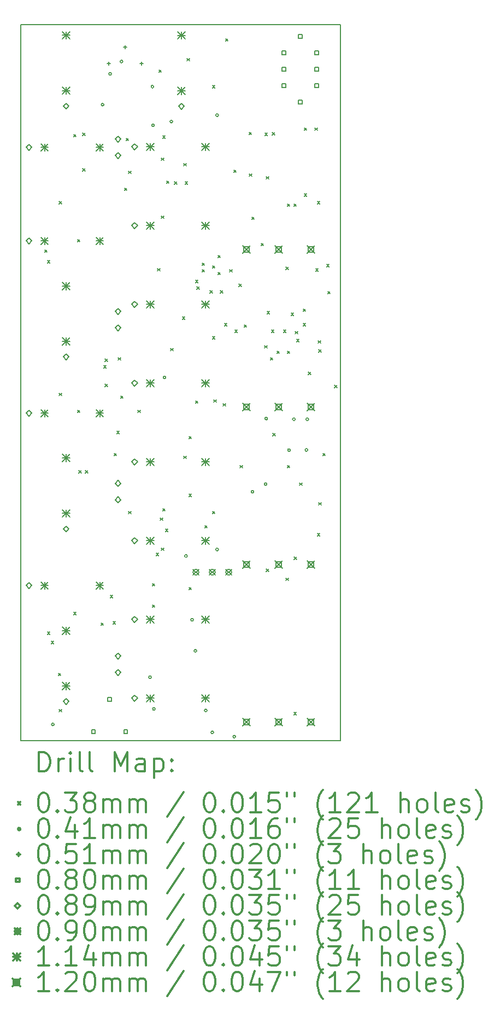
<source format=gbr>
%FSLAX45Y45*%
G04 Gerber Fmt 4.5, Leading zero omitted, Abs format (unit mm)*
G04 Created by KiCad (PCBNEW (6.0.0-rc1-dev-1542-gf9f87b3ff-dirty)) date Monday, 04 February 2019 at 09:57:14*
%MOMM*%
%LPD*%
G04 APERTURE LIST*
%ADD10C,0.150000*%
%ADD11C,0.200000*%
%ADD12C,0.300000*%
G04 APERTURE END LIST*
D10*
X12373610Y-16043910D02*
X17326610Y-16043910D01*
X17326610Y-16043910D02*
X17326610Y-4956810D01*
X17326610Y-4956810D02*
X12373610Y-4956810D01*
X12373610Y-4956810D02*
X12373610Y-16043910D01*
D11*
X12740640Y-8445500D02*
X12778740Y-8483600D01*
X12778740Y-8445500D02*
X12740640Y-8483600D01*
X12781280Y-8608060D02*
X12819380Y-8646160D01*
X12819380Y-8608060D02*
X12781280Y-8646160D01*
X12781280Y-14358620D02*
X12819380Y-14396720D01*
X12819380Y-14358620D02*
X12781280Y-14396720D01*
X12842240Y-14500860D02*
X12880340Y-14538960D01*
X12880340Y-14500860D02*
X12842240Y-14538960D01*
X12954000Y-14996160D02*
X12992100Y-15034260D01*
X12992100Y-14996160D02*
X12954000Y-15034260D01*
X12964160Y-7693660D02*
X13002260Y-7731760D01*
X13002260Y-7693660D02*
X12964160Y-7731760D01*
X12964160Y-10660380D02*
X13002260Y-10698480D01*
X13002260Y-10660380D02*
X12964160Y-10698480D01*
X12964160Y-15557500D02*
X13002260Y-15595600D01*
X13002260Y-15557500D02*
X12964160Y-15595600D01*
X13187680Y-6657340D02*
X13225780Y-6695440D01*
X13225780Y-6657340D02*
X13187680Y-6695440D01*
X13187680Y-14053820D02*
X13225780Y-14091920D01*
X13225780Y-14053820D02*
X13187680Y-14091920D01*
X13248640Y-8282940D02*
X13286740Y-8321040D01*
X13286740Y-8282940D02*
X13248640Y-8321040D01*
X13248640Y-10924540D02*
X13286740Y-10962640D01*
X13286740Y-10924540D02*
X13248640Y-10962640D01*
X13268960Y-11859260D02*
X13307060Y-11897360D01*
X13307060Y-11859260D02*
X13268960Y-11897360D01*
X13329920Y-6637020D02*
X13368020Y-6675120D01*
X13368020Y-6637020D02*
X13329920Y-6675120D01*
X13329920Y-7185660D02*
X13368020Y-7223760D01*
X13368020Y-7185660D02*
X13329920Y-7223760D01*
X13370560Y-11859260D02*
X13408660Y-11897360D01*
X13408660Y-11859260D02*
X13370560Y-11897360D01*
X13614400Y-14216380D02*
X13652500Y-14254480D01*
X13652500Y-14216380D02*
X13614400Y-14254480D01*
X13655040Y-10233660D02*
X13693140Y-10271760D01*
X13693140Y-10233660D02*
X13655040Y-10271760D01*
X13675360Y-10132060D02*
X13713460Y-10170160D01*
X13713460Y-10132060D02*
X13675360Y-10170160D01*
X13675360Y-10523220D02*
X13713460Y-10561320D01*
X13713460Y-10523220D02*
X13675360Y-10561320D01*
X13756640Y-13789660D02*
X13794740Y-13827760D01*
X13794740Y-13789660D02*
X13756640Y-13827760D01*
X13797280Y-14196060D02*
X13835380Y-14234160D01*
X13835380Y-14196060D02*
X13797280Y-14234160D01*
X13817600Y-11595100D02*
X13855700Y-11633200D01*
X13855700Y-11595100D02*
X13817600Y-11633200D01*
X13858240Y-11249660D02*
X13896340Y-11287760D01*
X13896340Y-11249660D02*
X13858240Y-11287760D01*
X13878560Y-10111740D02*
X13916660Y-10149840D01*
X13916660Y-10111740D02*
X13878560Y-10149840D01*
X13916660Y-10706100D02*
X13954760Y-10744200D01*
X13954760Y-10706100D02*
X13916660Y-10744200D01*
X13975080Y-7487920D02*
X14013180Y-7526020D01*
X14013180Y-7487920D02*
X13975080Y-7526020D01*
X14000480Y-6718300D02*
X14038580Y-6756400D01*
X14038580Y-6718300D02*
X14000480Y-6756400D01*
X14041120Y-7226300D02*
X14079220Y-7264400D01*
X14079220Y-7226300D02*
X14041120Y-7264400D01*
X14041120Y-12489180D02*
X14079220Y-12527280D01*
X14079220Y-12489180D02*
X14041120Y-12527280D01*
X14183360Y-10924540D02*
X14221460Y-10962640D01*
X14221460Y-10924540D02*
X14183360Y-10962640D01*
X14406880Y-13606780D02*
X14444980Y-13644880D01*
X14444980Y-13606780D02*
X14406880Y-13644880D01*
X14409420Y-13936980D02*
X14447520Y-13975080D01*
X14447520Y-13936980D02*
X14409420Y-13975080D01*
X14467840Y-13139420D02*
X14505940Y-13177520D01*
X14505940Y-13139420D02*
X14467840Y-13177520D01*
X14488160Y-8729980D02*
X14526260Y-8768080D01*
X14526260Y-8729980D02*
X14488160Y-8768080D01*
X14511020Y-5659120D02*
X14549120Y-5697220D01*
X14549120Y-5659120D02*
X14511020Y-5697220D01*
X14531340Y-12590780D02*
X14569440Y-12628880D01*
X14569440Y-12590780D02*
X14531340Y-12628880D01*
X14549120Y-7023100D02*
X14587220Y-7061200D01*
X14587220Y-7023100D02*
X14549120Y-7061200D01*
X14549120Y-7917180D02*
X14587220Y-7955280D01*
X14587220Y-7917180D02*
X14549120Y-7955280D01*
X14549120Y-13058140D02*
X14587220Y-13096240D01*
X14587220Y-13058140D02*
X14549120Y-13096240D01*
X14569440Y-6677660D02*
X14607540Y-6715760D01*
X14607540Y-6677660D02*
X14569440Y-6715760D01*
X14569440Y-12448540D02*
X14607540Y-12486640D01*
X14607540Y-12448540D02*
X14569440Y-12486640D01*
X14612620Y-12766040D02*
X14650720Y-12804140D01*
X14650720Y-12766040D02*
X14612620Y-12804140D01*
X14630400Y-7378700D02*
X14668500Y-7416800D01*
X14668500Y-7378700D02*
X14630400Y-7416800D01*
X14691360Y-9969500D02*
X14729460Y-10007600D01*
X14729460Y-9969500D02*
X14691360Y-10007600D01*
X14752320Y-7388860D02*
X14790420Y-7426960D01*
X14790420Y-7388860D02*
X14752320Y-7426960D01*
X14874240Y-9481820D02*
X14912340Y-9519920D01*
X14912340Y-9481820D02*
X14874240Y-9519920D01*
X14894560Y-7104380D02*
X14932660Y-7142480D01*
X14932660Y-7104380D02*
X14894560Y-7142480D01*
X14894560Y-11635740D02*
X14932660Y-11673840D01*
X14932660Y-11635740D02*
X14894560Y-11673840D01*
X14914880Y-7388860D02*
X14952980Y-7426960D01*
X14952980Y-7388860D02*
X14914880Y-7426960D01*
X14945360Y-5478780D02*
X14983460Y-5516880D01*
X14983460Y-5478780D02*
X14945360Y-5516880D01*
X14975840Y-11330940D02*
X15013940Y-11369040D01*
X15013940Y-11330940D02*
X14975840Y-11369040D01*
X14975840Y-12225020D02*
X15013940Y-12263120D01*
X15013940Y-12225020D02*
X14975840Y-12263120D01*
X14975840Y-13667740D02*
X15013940Y-13705840D01*
X15013940Y-13667740D02*
X14975840Y-13705840D01*
X15077440Y-8912860D02*
X15115540Y-8950960D01*
X15115540Y-8912860D02*
X15077440Y-8950960D01*
X15077440Y-10782300D02*
X15115540Y-10820400D01*
X15115540Y-10782300D02*
X15077440Y-10820400D01*
X15097760Y-9014460D02*
X15135860Y-9052560D01*
X15135860Y-9014460D02*
X15097760Y-9052560D01*
X15179040Y-8648700D02*
X15217140Y-8686800D01*
X15217140Y-8648700D02*
X15179040Y-8686800D01*
X15179040Y-8750300D02*
X15217140Y-8788400D01*
X15217140Y-8750300D02*
X15179040Y-8788400D01*
X15219680Y-12712700D02*
X15257780Y-12750800D01*
X15257780Y-12712700D02*
X15219680Y-12750800D01*
X15300960Y-9075420D02*
X15339060Y-9113520D01*
X15339060Y-9075420D02*
X15300960Y-9113520D01*
X15341600Y-5900420D02*
X15379700Y-5938520D01*
X15379700Y-5900420D02*
X15341600Y-5938520D01*
X15341600Y-8689340D02*
X15379700Y-8727440D01*
X15379700Y-8689340D02*
X15341600Y-8727440D01*
X15341600Y-9786620D02*
X15379700Y-9824720D01*
X15379700Y-9786620D02*
X15341600Y-9824720D01*
X15341600Y-12489180D02*
X15379700Y-12527280D01*
X15379700Y-12489180D02*
X15341600Y-12527280D01*
X15361920Y-10761980D02*
X15400020Y-10800080D01*
X15400020Y-10761980D02*
X15361920Y-10800080D01*
X15422880Y-8526780D02*
X15460980Y-8564880D01*
X15460980Y-8526780D02*
X15422880Y-8564880D01*
X15422880Y-8790940D02*
X15460980Y-8829040D01*
X15460980Y-8790940D02*
X15422880Y-8829040D01*
X15463520Y-9075420D02*
X15501620Y-9113520D01*
X15501620Y-9075420D02*
X15463520Y-9113520D01*
X15504160Y-10822940D02*
X15542260Y-10861040D01*
X15542260Y-10822940D02*
X15504160Y-10861040D01*
X15524480Y-9583420D02*
X15562580Y-9621520D01*
X15562580Y-9583420D02*
X15524480Y-9621520D01*
X15544800Y-5173980D02*
X15582900Y-5212080D01*
X15582900Y-5173980D02*
X15544800Y-5212080D01*
X15605760Y-8750300D02*
X15643860Y-8788400D01*
X15643860Y-8750300D02*
X15605760Y-8788400D01*
X15671800Y-7205980D02*
X15709900Y-7244080D01*
X15709900Y-7205980D02*
X15671800Y-7244080D01*
X15687040Y-9685020D02*
X15725140Y-9723120D01*
X15725140Y-9685020D02*
X15687040Y-9723120D01*
X15750540Y-8971280D02*
X15788640Y-9009380D01*
X15788640Y-8971280D02*
X15750540Y-9009380D01*
X15768320Y-11777980D02*
X15806420Y-11816080D01*
X15806420Y-11777980D02*
X15768320Y-11816080D01*
X15829280Y-9603740D02*
X15867380Y-9641840D01*
X15867380Y-9603740D02*
X15829280Y-9641840D01*
X15908020Y-6621780D02*
X15946120Y-6659880D01*
X15946120Y-6621780D02*
X15908020Y-6659880D01*
X15910560Y-7266940D02*
X15948660Y-7305040D01*
X15948660Y-7266940D02*
X15910560Y-7305040D01*
X15951200Y-7937500D02*
X15989300Y-7975600D01*
X15989300Y-7937500D02*
X15951200Y-7975600D01*
X16093440Y-8343900D02*
X16131540Y-8382000D01*
X16131540Y-8343900D02*
X16093440Y-8382000D01*
X16149320Y-9923780D02*
X16187420Y-9961880D01*
X16187420Y-9923780D02*
X16149320Y-9961880D01*
X16154400Y-6637020D02*
X16192500Y-6675120D01*
X16192500Y-6637020D02*
X16154400Y-6675120D01*
X16174720Y-7307580D02*
X16212820Y-7345680D01*
X16212820Y-7307580D02*
X16174720Y-7345680D01*
X16174720Y-13383260D02*
X16212820Y-13421360D01*
X16212820Y-13383260D02*
X16174720Y-13421360D01*
X16187420Y-9395460D02*
X16225520Y-9433560D01*
X16225520Y-9395460D02*
X16187420Y-9433560D01*
X16235680Y-10111740D02*
X16273780Y-10149840D01*
X16273780Y-10111740D02*
X16235680Y-10149840D01*
X16256000Y-9685020D02*
X16294100Y-9723120D01*
X16294100Y-9685020D02*
X16256000Y-9723120D01*
X16266160Y-6629400D02*
X16304260Y-6667500D01*
X16304260Y-6629400D02*
X16266160Y-6667500D01*
X16276320Y-11282680D02*
X16314420Y-11320780D01*
X16314420Y-11282680D02*
X16276320Y-11320780D01*
X16337280Y-10010140D02*
X16375380Y-10048240D01*
X16375380Y-10010140D02*
X16337280Y-10048240D01*
X16438880Y-9685020D02*
X16476980Y-9723120D01*
X16476980Y-9685020D02*
X16438880Y-9723120D01*
X16479520Y-8709660D02*
X16517620Y-8747760D01*
X16517620Y-8709660D02*
X16479520Y-8747760D01*
X16479520Y-13525500D02*
X16517620Y-13563600D01*
X16517620Y-13525500D02*
X16479520Y-13563600D01*
X16499840Y-7734300D02*
X16537940Y-7772400D01*
X16537940Y-7734300D02*
X16499840Y-7772400D01*
X16499840Y-10010140D02*
X16537940Y-10048240D01*
X16537940Y-10010140D02*
X16499840Y-10048240D01*
X16499840Y-11777980D02*
X16537940Y-11816080D01*
X16537940Y-11777980D02*
X16499840Y-11816080D01*
X16560800Y-9420860D02*
X16598900Y-9458960D01*
X16598900Y-9420860D02*
X16560800Y-9458960D01*
X16601440Y-7734300D02*
X16639540Y-7772400D01*
X16639540Y-7734300D02*
X16601440Y-7772400D01*
X16601440Y-15600680D02*
X16639540Y-15638780D01*
X16639540Y-15600680D02*
X16601440Y-15638780D01*
X16603980Y-13197840D02*
X16642080Y-13235940D01*
X16642080Y-13197840D02*
X16603980Y-13235940D01*
X16621760Y-9705340D02*
X16659860Y-9743440D01*
X16659860Y-9705340D02*
X16621760Y-9743440D01*
X16642080Y-9827260D02*
X16680180Y-9865360D01*
X16680180Y-9827260D02*
X16642080Y-9865360D01*
X16690340Y-12049760D02*
X16728440Y-12087860D01*
X16728440Y-12049760D02*
X16690340Y-12087860D01*
X16743680Y-9359900D02*
X16781780Y-9398000D01*
X16781780Y-9359900D02*
X16743680Y-9398000D01*
X16743680Y-9583420D02*
X16781780Y-9621520D01*
X16781780Y-9583420D02*
X16743680Y-9621520D01*
X16761460Y-7576820D02*
X16799560Y-7614920D01*
X16799560Y-7576820D02*
X16761460Y-7614920D01*
X16764000Y-6555740D02*
X16802100Y-6593840D01*
X16802100Y-6555740D02*
X16764000Y-6593840D01*
X16824960Y-10335260D02*
X16863060Y-10373360D01*
X16863060Y-10335260D02*
X16824960Y-10373360D01*
X16926560Y-6555740D02*
X16964660Y-6593840D01*
X16964660Y-6555740D02*
X16926560Y-6593840D01*
X16941800Y-8737600D02*
X16979900Y-8775700D01*
X16979900Y-8737600D02*
X16941800Y-8775700D01*
X16967200Y-7693660D02*
X17005300Y-7731760D01*
X17005300Y-7693660D02*
X16967200Y-7731760D01*
X16967200Y-12834620D02*
X17005300Y-12872720D01*
X17005300Y-12834620D02*
X16967200Y-12872720D01*
X16977360Y-9850120D02*
X17015460Y-9888220D01*
X17015460Y-9850120D02*
X16977360Y-9888220D01*
X16987520Y-9989820D02*
X17025620Y-10027920D01*
X17025620Y-9989820D02*
X16987520Y-10027920D01*
X16987520Y-12357100D02*
X17025620Y-12395200D01*
X17025620Y-12357100D02*
X16987520Y-12395200D01*
X17048480Y-11595100D02*
X17086580Y-11633200D01*
X17086580Y-11595100D02*
X17048480Y-11633200D01*
X17109440Y-8669020D02*
X17147540Y-8707120D01*
X17147540Y-8669020D02*
X17109440Y-8707120D01*
X17127220Y-9088120D02*
X17165320Y-9126220D01*
X17165320Y-9088120D02*
X17127220Y-9126220D01*
X17231360Y-10538460D02*
X17269460Y-10576560D01*
X17269460Y-10538460D02*
X17231360Y-10576560D01*
X12886690Y-15789910D02*
G75*
G03X12886690Y-15789910I-20320J0D01*
G01*
X13658850Y-6196330D02*
G75*
G03X13658850Y-6196330I-20320J0D01*
G01*
X13775690Y-5718810D02*
G75*
G03X13775690Y-5718810I-20320J0D01*
G01*
X13950950Y-5528310D02*
G75*
G03X13950950Y-5528310I-20320J0D01*
G01*
X14392910Y-15058390D02*
G75*
G03X14392910Y-15058390I-20320J0D01*
G01*
X14431010Y-5916930D02*
G75*
G03X14431010Y-5916930I-20320J0D01*
G01*
X14438630Y-6516370D02*
G75*
G03X14438630Y-6516370I-20320J0D01*
G01*
X14453870Y-15548610D02*
G75*
G03X14453870Y-15548610I-20320J0D01*
G01*
X14618970Y-10417810D02*
G75*
G03X14618970Y-10417810I-20320J0D01*
G01*
X14723110Y-6457950D02*
G75*
G03X14723110Y-6457950I-20320J0D01*
G01*
X14949170Y-13181330D02*
G75*
G03X14949170Y-13181330I-20320J0D01*
G01*
X15045690Y-14169390D02*
G75*
G03X15045690Y-14169390I-20320J0D01*
G01*
X15096490Y-14649450D02*
G75*
G03X15096490Y-14649450I-20320J0D01*
G01*
X15256510Y-15571470D02*
G75*
G03X15256510Y-15571470I-20320J0D01*
G01*
X15358110Y-15911830D02*
G75*
G03X15358110Y-15911830I-20320J0D01*
G01*
X15431770Y-13082270D02*
G75*
G03X15431770Y-13082270I-20320J0D01*
G01*
X15434310Y-6358890D02*
G75*
G03X15434310Y-6358890I-20320J0D01*
G01*
X15698470Y-15977870D02*
G75*
G03X15698470Y-15977870I-20320J0D01*
G01*
X15980410Y-12188190D02*
G75*
G03X15980410Y-12188190I-20320J0D01*
G01*
X16183610Y-12068810D02*
G75*
G03X16183610Y-12068810I-20320J0D01*
G01*
X16193770Y-11055350D02*
G75*
G03X16193770Y-11055350I-20320J0D01*
G01*
X16546830Y-11543030D02*
G75*
G03X16546830Y-11543030I-20320J0D01*
G01*
X16623030Y-11065510D02*
G75*
G03X16623030Y-11065510I-20320J0D01*
G01*
X16816070Y-11540490D02*
G75*
G03X16816070Y-11540490I-20320J0D01*
G01*
X16828770Y-11065510D02*
G75*
G03X16828770Y-11065510I-20320J0D01*
G01*
X13729970Y-5530850D02*
X13729970Y-5581650D01*
X13704570Y-5556250D02*
X13755370Y-5556250D01*
X13983970Y-5276850D02*
X13983970Y-5327650D01*
X13958570Y-5302250D02*
X14009370Y-5302250D01*
X14237970Y-5530850D02*
X14237970Y-5581650D01*
X14212570Y-5556250D02*
X14263370Y-5556250D01*
X16473514Y-5419435D02*
X16473514Y-5362866D01*
X16416945Y-5362866D01*
X16416945Y-5419435D01*
X16473514Y-5419435D01*
X16473514Y-5673434D02*
X16473514Y-5616865D01*
X16416945Y-5616865D01*
X16416945Y-5673434D01*
X16473514Y-5673434D01*
X16473514Y-5927434D02*
X16473514Y-5870865D01*
X16416945Y-5870865D01*
X16416945Y-5927434D01*
X16473514Y-5927434D01*
X16727514Y-5165435D02*
X16727514Y-5108866D01*
X16670945Y-5108866D01*
X16670945Y-5165435D01*
X16727514Y-5165435D01*
X16727514Y-6181434D02*
X16727514Y-6124865D01*
X16670945Y-6124865D01*
X16670945Y-6181434D01*
X16727514Y-6181434D01*
X16981515Y-5419435D02*
X16981515Y-5362866D01*
X16924946Y-5362866D01*
X16924946Y-5419435D01*
X16981515Y-5419435D01*
X16981515Y-5673434D02*
X16981515Y-5616865D01*
X16924946Y-5616865D01*
X16924946Y-5673434D01*
X16981515Y-5673434D01*
X16981515Y-5927434D02*
X16981515Y-5870865D01*
X16924946Y-5870865D01*
X16924946Y-5927434D01*
X16981515Y-5927434D01*
X13523494Y-15928494D02*
X13523494Y-15871925D01*
X13466925Y-15871925D01*
X13466925Y-15928494D01*
X13523494Y-15928494D01*
X13773494Y-15428494D02*
X13773494Y-15371925D01*
X13716925Y-15371925D01*
X13716925Y-15428494D01*
X13773494Y-15428494D01*
X14023494Y-15928494D02*
X14023494Y-15871925D01*
X13966925Y-15871925D01*
X13966925Y-15928494D01*
X14023494Y-15928494D01*
X12498070Y-13682980D02*
X12542520Y-13638530D01*
X12498070Y-13594080D01*
X12453620Y-13638530D01*
X12498070Y-13682980D01*
X14133830Y-14208760D02*
X14178280Y-14164310D01*
X14133830Y-14119860D01*
X14089380Y-14164310D01*
X14133830Y-14208760D01*
X14133830Y-15427960D02*
X14178280Y-15383510D01*
X14133830Y-15339060D01*
X14089380Y-15383510D01*
X14133830Y-15427960D01*
X13074650Y-15478760D02*
X13119100Y-15434310D01*
X13074650Y-15389860D01*
X13030200Y-15434310D01*
X13074650Y-15478760D01*
X13877290Y-14775180D02*
X13921740Y-14730730D01*
X13877290Y-14686280D01*
X13832840Y-14730730D01*
X13877290Y-14775180D01*
X13877290Y-15029180D02*
X13921740Y-14984730D01*
X13877290Y-14940280D01*
X13832840Y-14984730D01*
X13877290Y-15029180D01*
X14860270Y-6266180D02*
X14904720Y-6221730D01*
X14860270Y-6177280D01*
X14815820Y-6221730D01*
X14860270Y-6266180D01*
X13877290Y-9441180D02*
X13921740Y-9396730D01*
X13877290Y-9352280D01*
X13832840Y-9396730D01*
X13877290Y-9441180D01*
X13877290Y-9695180D02*
X13921740Y-9650730D01*
X13877290Y-9606280D01*
X13832840Y-9650730D01*
X13877290Y-9695180D01*
X12498070Y-11015980D02*
X12542520Y-10971530D01*
X12498070Y-10927080D01*
X12453620Y-10971530D01*
X12498070Y-11015980D01*
X14133830Y-11770360D02*
X14178280Y-11725910D01*
X14133830Y-11681460D01*
X14089380Y-11725910D01*
X14133830Y-11770360D01*
X14133830Y-12989560D02*
X14178280Y-12945110D01*
X14133830Y-12900660D01*
X14089380Y-12945110D01*
X14133830Y-12989560D01*
X13074650Y-12806680D02*
X13119100Y-12762230D01*
X13074650Y-12717780D01*
X13030200Y-12762230D01*
X13074650Y-12806680D01*
X13877290Y-12103100D02*
X13921740Y-12058650D01*
X13877290Y-12014200D01*
X13832840Y-12058650D01*
X13877290Y-12103100D01*
X13877290Y-12357100D02*
X13921740Y-12312650D01*
X13877290Y-12268200D01*
X13832840Y-12312650D01*
X13877290Y-12357100D01*
X13074650Y-6263640D02*
X13119100Y-6219190D01*
X13074650Y-6174740D01*
X13030200Y-6219190D01*
X13074650Y-6263640D01*
X14133830Y-6893560D02*
X14178280Y-6849110D01*
X14133830Y-6804660D01*
X14089380Y-6849110D01*
X14133830Y-6893560D01*
X14133830Y-8112760D02*
X14178280Y-8068310D01*
X14133830Y-8023860D01*
X14089380Y-8068310D01*
X14133830Y-8112760D01*
X12498070Y-6901180D02*
X12542520Y-6856730D01*
X12498070Y-6812280D01*
X12453620Y-6856730D01*
X12498070Y-6901180D01*
X13877290Y-6774180D02*
X13921740Y-6729730D01*
X13877290Y-6685280D01*
X13832840Y-6729730D01*
X13877290Y-6774180D01*
X13877290Y-7028180D02*
X13921740Y-6983730D01*
X13877290Y-6939280D01*
X13832840Y-6983730D01*
X13877290Y-7028180D01*
X12498070Y-8348980D02*
X12542520Y-8304530D01*
X12498070Y-8260080D01*
X12453620Y-8304530D01*
X12498070Y-8348980D01*
X14133830Y-9331960D02*
X14178280Y-9287510D01*
X14133830Y-9243060D01*
X14089380Y-9287510D01*
X14133830Y-9331960D01*
X14133830Y-10551160D02*
X14178280Y-10506710D01*
X14133830Y-10462260D01*
X14089380Y-10506710D01*
X14133830Y-10551160D01*
X13074650Y-10144760D02*
X13119100Y-10100310D01*
X13074650Y-10055860D01*
X13030200Y-10100310D01*
X13074650Y-10144760D01*
X15038790Y-13387790D02*
X15128790Y-13477790D01*
X15128790Y-13387790D02*
X15038790Y-13477790D01*
X15128790Y-13432790D02*
G75*
G03X15128790Y-13432790I-45000J0D01*
G01*
X15292790Y-13387790D02*
X15382790Y-13477790D01*
X15382790Y-13387790D02*
X15292790Y-13477790D01*
X15382790Y-13432790D02*
G75*
G03X15382790Y-13432790I-45000J0D01*
G01*
X15546790Y-13387790D02*
X15636790Y-13477790D01*
X15636790Y-13387790D02*
X15546790Y-13477790D01*
X15636790Y-13432790D02*
G75*
G03X15636790Y-13432790I-45000J0D01*
G01*
X12682220Y-13581380D02*
X12796520Y-13695680D01*
X12796520Y-13581380D02*
X12682220Y-13695680D01*
X12739370Y-13581380D02*
X12739370Y-13695680D01*
X12682220Y-13638530D02*
X12796520Y-13638530D01*
X13538200Y-13581380D02*
X13652500Y-13695680D01*
X13652500Y-13581380D02*
X13538200Y-13695680D01*
X13595350Y-13581380D02*
X13595350Y-13695680D01*
X13538200Y-13638530D02*
X13652500Y-13638530D01*
X14317980Y-14107160D02*
X14432280Y-14221460D01*
X14432280Y-14107160D02*
X14317980Y-14221460D01*
X14375130Y-14107160D02*
X14375130Y-14221460D01*
X14317980Y-14164310D02*
X14432280Y-14164310D01*
X15173960Y-14107160D02*
X15288260Y-14221460D01*
X15288260Y-14107160D02*
X15173960Y-14221460D01*
X15231110Y-14107160D02*
X15231110Y-14221460D01*
X15173960Y-14164310D02*
X15288260Y-14164310D01*
X14317980Y-15326360D02*
X14432280Y-15440660D01*
X14432280Y-15326360D02*
X14317980Y-15440660D01*
X14375130Y-15326360D02*
X14375130Y-15440660D01*
X14317980Y-15383510D02*
X14432280Y-15383510D01*
X15173960Y-15326360D02*
X15288260Y-15440660D01*
X15288260Y-15326360D02*
X15173960Y-15440660D01*
X15231110Y-15326360D02*
X15231110Y-15440660D01*
X15173960Y-15383510D02*
X15288260Y-15383510D01*
X13017500Y-14279880D02*
X13131800Y-14394180D01*
X13131800Y-14279880D02*
X13017500Y-14394180D01*
X13074650Y-14279880D02*
X13074650Y-14394180D01*
X13017500Y-14337030D02*
X13131800Y-14337030D01*
X13017500Y-15135860D02*
X13131800Y-15250160D01*
X13131800Y-15135860D02*
X13017500Y-15250160D01*
X13074650Y-15135860D02*
X13074650Y-15250160D01*
X13017500Y-15193010D02*
X13131800Y-15193010D01*
X14803120Y-5067300D02*
X14917420Y-5181600D01*
X14917420Y-5067300D02*
X14803120Y-5181600D01*
X14860270Y-5067300D02*
X14860270Y-5181600D01*
X14803120Y-5124450D02*
X14917420Y-5124450D01*
X14803120Y-5923280D02*
X14917420Y-6037580D01*
X14917420Y-5923280D02*
X14803120Y-6037580D01*
X14860270Y-5923280D02*
X14860270Y-6037580D01*
X14803120Y-5980430D02*
X14917420Y-5980430D01*
X12682220Y-10914380D02*
X12796520Y-11028680D01*
X12796520Y-10914380D02*
X12682220Y-11028680D01*
X12739370Y-10914380D02*
X12739370Y-11028680D01*
X12682220Y-10971530D02*
X12796520Y-10971530D01*
X13538200Y-10914380D02*
X13652500Y-11028680D01*
X13652500Y-10914380D02*
X13538200Y-11028680D01*
X13595350Y-10914380D02*
X13595350Y-11028680D01*
X13538200Y-10971530D02*
X13652500Y-10971530D01*
X14317980Y-11668760D02*
X14432280Y-11783060D01*
X14432280Y-11668760D02*
X14317980Y-11783060D01*
X14375130Y-11668760D02*
X14375130Y-11783060D01*
X14317980Y-11725910D02*
X14432280Y-11725910D01*
X15173960Y-11668760D02*
X15288260Y-11783060D01*
X15288260Y-11668760D02*
X15173960Y-11783060D01*
X15231110Y-11668760D02*
X15231110Y-11783060D01*
X15173960Y-11725910D02*
X15288260Y-11725910D01*
X14317980Y-12887960D02*
X14432280Y-13002260D01*
X14432280Y-12887960D02*
X14317980Y-13002260D01*
X14375130Y-12887960D02*
X14375130Y-13002260D01*
X14317980Y-12945110D02*
X14432280Y-12945110D01*
X15173960Y-12887960D02*
X15288260Y-13002260D01*
X15288260Y-12887960D02*
X15173960Y-13002260D01*
X15231110Y-12887960D02*
X15231110Y-13002260D01*
X15173960Y-12945110D02*
X15288260Y-12945110D01*
X13017500Y-11607800D02*
X13131800Y-11722100D01*
X13131800Y-11607800D02*
X13017500Y-11722100D01*
X13074650Y-11607800D02*
X13074650Y-11722100D01*
X13017500Y-11664950D02*
X13131800Y-11664950D01*
X13017500Y-12463780D02*
X13131800Y-12578080D01*
X13131800Y-12463780D02*
X13017500Y-12578080D01*
X13074650Y-12463780D02*
X13074650Y-12578080D01*
X13017500Y-12520930D02*
X13131800Y-12520930D01*
X13017500Y-5064760D02*
X13131800Y-5179060D01*
X13131800Y-5064760D02*
X13017500Y-5179060D01*
X13074650Y-5064760D02*
X13074650Y-5179060D01*
X13017500Y-5121910D02*
X13131800Y-5121910D01*
X13017500Y-5920740D02*
X13131800Y-6035040D01*
X13131800Y-5920740D02*
X13017500Y-6035040D01*
X13074650Y-5920740D02*
X13074650Y-6035040D01*
X13017500Y-5977890D02*
X13131800Y-5977890D01*
X14317980Y-6791960D02*
X14432280Y-6906260D01*
X14432280Y-6791960D02*
X14317980Y-6906260D01*
X14375130Y-6791960D02*
X14375130Y-6906260D01*
X14317980Y-6849110D02*
X14432280Y-6849110D01*
X15173960Y-6791960D02*
X15288260Y-6906260D01*
X15288260Y-6791960D02*
X15173960Y-6906260D01*
X15231110Y-6791960D02*
X15231110Y-6906260D01*
X15173960Y-6849110D02*
X15288260Y-6849110D01*
X14317980Y-8011160D02*
X14432280Y-8125460D01*
X14432280Y-8011160D02*
X14317980Y-8125460D01*
X14375130Y-8011160D02*
X14375130Y-8125460D01*
X14317980Y-8068310D02*
X14432280Y-8068310D01*
X15173960Y-8011160D02*
X15288260Y-8125460D01*
X15288260Y-8011160D02*
X15173960Y-8125460D01*
X15231110Y-8011160D02*
X15231110Y-8125460D01*
X15173960Y-8068310D02*
X15288260Y-8068310D01*
X12682220Y-6799580D02*
X12796520Y-6913880D01*
X12796520Y-6799580D02*
X12682220Y-6913880D01*
X12739370Y-6799580D02*
X12739370Y-6913880D01*
X12682220Y-6856730D02*
X12796520Y-6856730D01*
X13538200Y-6799580D02*
X13652500Y-6913880D01*
X13652500Y-6799580D02*
X13538200Y-6913880D01*
X13595350Y-6799580D02*
X13595350Y-6913880D01*
X13538200Y-6856730D02*
X13652500Y-6856730D01*
X12682220Y-8247380D02*
X12796520Y-8361680D01*
X12796520Y-8247380D02*
X12682220Y-8361680D01*
X12739370Y-8247380D02*
X12739370Y-8361680D01*
X12682220Y-8304530D02*
X12796520Y-8304530D01*
X13538200Y-8247380D02*
X13652500Y-8361680D01*
X13652500Y-8247380D02*
X13538200Y-8361680D01*
X13595350Y-8247380D02*
X13595350Y-8361680D01*
X13538200Y-8304530D02*
X13652500Y-8304530D01*
X14317980Y-9230360D02*
X14432280Y-9344660D01*
X14432280Y-9230360D02*
X14317980Y-9344660D01*
X14375130Y-9230360D02*
X14375130Y-9344660D01*
X14317980Y-9287510D02*
X14432280Y-9287510D01*
X15173960Y-9230360D02*
X15288260Y-9344660D01*
X15288260Y-9230360D02*
X15173960Y-9344660D01*
X15231110Y-9230360D02*
X15231110Y-9344660D01*
X15173960Y-9287510D02*
X15288260Y-9287510D01*
X14317980Y-10449560D02*
X14432280Y-10563860D01*
X14432280Y-10449560D02*
X14317980Y-10563860D01*
X14375130Y-10449560D02*
X14375130Y-10563860D01*
X14317980Y-10506710D02*
X14432280Y-10506710D01*
X15173960Y-10449560D02*
X15288260Y-10563860D01*
X15288260Y-10449560D02*
X15173960Y-10563860D01*
X15231110Y-10449560D02*
X15231110Y-10563860D01*
X15173960Y-10506710D02*
X15288260Y-10506710D01*
X13017500Y-8945880D02*
X13131800Y-9060180D01*
X13131800Y-8945880D02*
X13017500Y-9060180D01*
X13074650Y-8945880D02*
X13074650Y-9060180D01*
X13017500Y-9003030D02*
X13131800Y-9003030D01*
X13017500Y-9801860D02*
X13131800Y-9916160D01*
X13131800Y-9801860D02*
X13017500Y-9916160D01*
X13074650Y-9801860D02*
X13074650Y-9916160D01*
X13017500Y-9859010D02*
X13131800Y-9859010D01*
X15806490Y-15691810D02*
X15926490Y-15811810D01*
X15926490Y-15691810D02*
X15806490Y-15811810D01*
X15908917Y-15794237D02*
X15908917Y-15709383D01*
X15824063Y-15709383D01*
X15824063Y-15794237D01*
X15908917Y-15794237D01*
X16306490Y-15691810D02*
X16426490Y-15811810D01*
X16426490Y-15691810D02*
X16306490Y-15811810D01*
X16408917Y-15794237D02*
X16408917Y-15709383D01*
X16324063Y-15709383D01*
X16324063Y-15794237D01*
X16408917Y-15794237D01*
X16806490Y-15691810D02*
X16926490Y-15811810D01*
X16926490Y-15691810D02*
X16806490Y-15811810D01*
X16908917Y-15794237D02*
X16908917Y-15709383D01*
X16824063Y-15709383D01*
X16824063Y-15794237D01*
X16908917Y-15794237D01*
X15806490Y-10815010D02*
X15926490Y-10935010D01*
X15926490Y-10815010D02*
X15806490Y-10935010D01*
X15908917Y-10917437D02*
X15908917Y-10832583D01*
X15824063Y-10832583D01*
X15824063Y-10917437D01*
X15908917Y-10917437D01*
X16306490Y-10815010D02*
X16426490Y-10935010D01*
X16426490Y-10815010D02*
X16306490Y-10935010D01*
X16408917Y-10917437D02*
X16408917Y-10832583D01*
X16324063Y-10832583D01*
X16324063Y-10917437D01*
X16408917Y-10917437D01*
X16806490Y-10815010D02*
X16926490Y-10935010D01*
X16926490Y-10815010D02*
X16806490Y-10935010D01*
X16908917Y-10917437D02*
X16908917Y-10832583D01*
X16824063Y-10832583D01*
X16824063Y-10917437D01*
X16908917Y-10917437D01*
X15806490Y-13253410D02*
X15926490Y-13373410D01*
X15926490Y-13253410D02*
X15806490Y-13373410D01*
X15908917Y-13355837D02*
X15908917Y-13270983D01*
X15824063Y-13270983D01*
X15824063Y-13355837D01*
X15908917Y-13355837D01*
X16306490Y-13253410D02*
X16426490Y-13373410D01*
X16426490Y-13253410D02*
X16306490Y-13373410D01*
X16408917Y-13355837D02*
X16408917Y-13270983D01*
X16324063Y-13270983D01*
X16324063Y-13355837D01*
X16408917Y-13355837D01*
X16806490Y-13253410D02*
X16926490Y-13373410D01*
X16926490Y-13253410D02*
X16806490Y-13373410D01*
X16908917Y-13355837D02*
X16908917Y-13270983D01*
X16824063Y-13270983D01*
X16824063Y-13355837D01*
X16908917Y-13355837D01*
X15806490Y-8376610D02*
X15926490Y-8496610D01*
X15926490Y-8376610D02*
X15806490Y-8496610D01*
X15908917Y-8479037D02*
X15908917Y-8394183D01*
X15824063Y-8394183D01*
X15824063Y-8479037D01*
X15908917Y-8479037D01*
X16306490Y-8376610D02*
X16426490Y-8496610D01*
X16426490Y-8376610D02*
X16306490Y-8496610D01*
X16408917Y-8479037D02*
X16408917Y-8394183D01*
X16324063Y-8394183D01*
X16324063Y-8479037D01*
X16408917Y-8479037D01*
X16806490Y-8376610D02*
X16926490Y-8496610D01*
X16926490Y-8376610D02*
X16806490Y-8496610D01*
X16908917Y-8479037D02*
X16908917Y-8394183D01*
X16824063Y-8394183D01*
X16824063Y-8479037D01*
X16908917Y-8479037D01*
D12*
X12652538Y-16517124D02*
X12652538Y-16217124D01*
X12723967Y-16217124D01*
X12766824Y-16231410D01*
X12795396Y-16259981D01*
X12809681Y-16288553D01*
X12823967Y-16345696D01*
X12823967Y-16388553D01*
X12809681Y-16445696D01*
X12795396Y-16474267D01*
X12766824Y-16502839D01*
X12723967Y-16517124D01*
X12652538Y-16517124D01*
X12952538Y-16517124D02*
X12952538Y-16317124D01*
X12952538Y-16374267D02*
X12966824Y-16345696D01*
X12981110Y-16331410D01*
X13009681Y-16317124D01*
X13038253Y-16317124D01*
X13138253Y-16517124D02*
X13138253Y-16317124D01*
X13138253Y-16217124D02*
X13123967Y-16231410D01*
X13138253Y-16245696D01*
X13152538Y-16231410D01*
X13138253Y-16217124D01*
X13138253Y-16245696D01*
X13323967Y-16517124D02*
X13295396Y-16502839D01*
X13281110Y-16474267D01*
X13281110Y-16217124D01*
X13481110Y-16517124D02*
X13452538Y-16502839D01*
X13438253Y-16474267D01*
X13438253Y-16217124D01*
X13823967Y-16517124D02*
X13823967Y-16217124D01*
X13923967Y-16431410D01*
X14023967Y-16217124D01*
X14023967Y-16517124D01*
X14295396Y-16517124D02*
X14295396Y-16359981D01*
X14281110Y-16331410D01*
X14252538Y-16317124D01*
X14195396Y-16317124D01*
X14166824Y-16331410D01*
X14295396Y-16502839D02*
X14266824Y-16517124D01*
X14195396Y-16517124D01*
X14166824Y-16502839D01*
X14152538Y-16474267D01*
X14152538Y-16445696D01*
X14166824Y-16417124D01*
X14195396Y-16402839D01*
X14266824Y-16402839D01*
X14295396Y-16388553D01*
X14438253Y-16317124D02*
X14438253Y-16617124D01*
X14438253Y-16331410D02*
X14466824Y-16317124D01*
X14523967Y-16317124D01*
X14552538Y-16331410D01*
X14566824Y-16345696D01*
X14581110Y-16374267D01*
X14581110Y-16459981D01*
X14566824Y-16488553D01*
X14552538Y-16502839D01*
X14523967Y-16517124D01*
X14466824Y-16517124D01*
X14438253Y-16502839D01*
X14709681Y-16488553D02*
X14723967Y-16502839D01*
X14709681Y-16517124D01*
X14695396Y-16502839D01*
X14709681Y-16488553D01*
X14709681Y-16517124D01*
X14709681Y-16331410D02*
X14723967Y-16345696D01*
X14709681Y-16359981D01*
X14695396Y-16345696D01*
X14709681Y-16331410D01*
X14709681Y-16359981D01*
X12328010Y-16992360D02*
X12366110Y-17030460D01*
X12366110Y-16992360D02*
X12328010Y-17030460D01*
X12709681Y-16847124D02*
X12738253Y-16847124D01*
X12766824Y-16861410D01*
X12781110Y-16875696D01*
X12795396Y-16904267D01*
X12809681Y-16961410D01*
X12809681Y-17032839D01*
X12795396Y-17089982D01*
X12781110Y-17118553D01*
X12766824Y-17132839D01*
X12738253Y-17147124D01*
X12709681Y-17147124D01*
X12681110Y-17132839D01*
X12666824Y-17118553D01*
X12652538Y-17089982D01*
X12638253Y-17032839D01*
X12638253Y-16961410D01*
X12652538Y-16904267D01*
X12666824Y-16875696D01*
X12681110Y-16861410D01*
X12709681Y-16847124D01*
X12938253Y-17118553D02*
X12952538Y-17132839D01*
X12938253Y-17147124D01*
X12923967Y-17132839D01*
X12938253Y-17118553D01*
X12938253Y-17147124D01*
X13052538Y-16847124D02*
X13238253Y-16847124D01*
X13138253Y-16961410D01*
X13181110Y-16961410D01*
X13209681Y-16975696D01*
X13223967Y-16989982D01*
X13238253Y-17018553D01*
X13238253Y-17089982D01*
X13223967Y-17118553D01*
X13209681Y-17132839D01*
X13181110Y-17147124D01*
X13095396Y-17147124D01*
X13066824Y-17132839D01*
X13052538Y-17118553D01*
X13409681Y-16975696D02*
X13381110Y-16961410D01*
X13366824Y-16947124D01*
X13352538Y-16918553D01*
X13352538Y-16904267D01*
X13366824Y-16875696D01*
X13381110Y-16861410D01*
X13409681Y-16847124D01*
X13466824Y-16847124D01*
X13495396Y-16861410D01*
X13509681Y-16875696D01*
X13523967Y-16904267D01*
X13523967Y-16918553D01*
X13509681Y-16947124D01*
X13495396Y-16961410D01*
X13466824Y-16975696D01*
X13409681Y-16975696D01*
X13381110Y-16989982D01*
X13366824Y-17004267D01*
X13352538Y-17032839D01*
X13352538Y-17089982D01*
X13366824Y-17118553D01*
X13381110Y-17132839D01*
X13409681Y-17147124D01*
X13466824Y-17147124D01*
X13495396Y-17132839D01*
X13509681Y-17118553D01*
X13523967Y-17089982D01*
X13523967Y-17032839D01*
X13509681Y-17004267D01*
X13495396Y-16989982D01*
X13466824Y-16975696D01*
X13652538Y-17147124D02*
X13652538Y-16947124D01*
X13652538Y-16975696D02*
X13666824Y-16961410D01*
X13695396Y-16947124D01*
X13738253Y-16947124D01*
X13766824Y-16961410D01*
X13781110Y-16989982D01*
X13781110Y-17147124D01*
X13781110Y-16989982D02*
X13795396Y-16961410D01*
X13823967Y-16947124D01*
X13866824Y-16947124D01*
X13895396Y-16961410D01*
X13909681Y-16989982D01*
X13909681Y-17147124D01*
X14052538Y-17147124D02*
X14052538Y-16947124D01*
X14052538Y-16975696D02*
X14066824Y-16961410D01*
X14095396Y-16947124D01*
X14138253Y-16947124D01*
X14166824Y-16961410D01*
X14181110Y-16989982D01*
X14181110Y-17147124D01*
X14181110Y-16989982D02*
X14195396Y-16961410D01*
X14223967Y-16947124D01*
X14266824Y-16947124D01*
X14295396Y-16961410D01*
X14309681Y-16989982D01*
X14309681Y-17147124D01*
X14895396Y-16832839D02*
X14638253Y-17218553D01*
X15281110Y-16847124D02*
X15309681Y-16847124D01*
X15338253Y-16861410D01*
X15352538Y-16875696D01*
X15366824Y-16904267D01*
X15381110Y-16961410D01*
X15381110Y-17032839D01*
X15366824Y-17089982D01*
X15352538Y-17118553D01*
X15338253Y-17132839D01*
X15309681Y-17147124D01*
X15281110Y-17147124D01*
X15252538Y-17132839D01*
X15238253Y-17118553D01*
X15223967Y-17089982D01*
X15209681Y-17032839D01*
X15209681Y-16961410D01*
X15223967Y-16904267D01*
X15238253Y-16875696D01*
X15252538Y-16861410D01*
X15281110Y-16847124D01*
X15509681Y-17118553D02*
X15523967Y-17132839D01*
X15509681Y-17147124D01*
X15495396Y-17132839D01*
X15509681Y-17118553D01*
X15509681Y-17147124D01*
X15709681Y-16847124D02*
X15738253Y-16847124D01*
X15766824Y-16861410D01*
X15781110Y-16875696D01*
X15795396Y-16904267D01*
X15809681Y-16961410D01*
X15809681Y-17032839D01*
X15795396Y-17089982D01*
X15781110Y-17118553D01*
X15766824Y-17132839D01*
X15738253Y-17147124D01*
X15709681Y-17147124D01*
X15681110Y-17132839D01*
X15666824Y-17118553D01*
X15652538Y-17089982D01*
X15638253Y-17032839D01*
X15638253Y-16961410D01*
X15652538Y-16904267D01*
X15666824Y-16875696D01*
X15681110Y-16861410D01*
X15709681Y-16847124D01*
X16095396Y-17147124D02*
X15923967Y-17147124D01*
X16009681Y-17147124D02*
X16009681Y-16847124D01*
X15981110Y-16889982D01*
X15952538Y-16918553D01*
X15923967Y-16932839D01*
X16366824Y-16847124D02*
X16223967Y-16847124D01*
X16209681Y-16989982D01*
X16223967Y-16975696D01*
X16252538Y-16961410D01*
X16323967Y-16961410D01*
X16352538Y-16975696D01*
X16366824Y-16989982D01*
X16381110Y-17018553D01*
X16381110Y-17089982D01*
X16366824Y-17118553D01*
X16352538Y-17132839D01*
X16323967Y-17147124D01*
X16252538Y-17147124D01*
X16223967Y-17132839D01*
X16209681Y-17118553D01*
X16495396Y-16847124D02*
X16495396Y-16904267D01*
X16609681Y-16847124D02*
X16609681Y-16904267D01*
X17052538Y-17261410D02*
X17038253Y-17247124D01*
X17009681Y-17204267D01*
X16995396Y-17175696D01*
X16981110Y-17132839D01*
X16966824Y-17061410D01*
X16966824Y-17004267D01*
X16981110Y-16932839D01*
X16995396Y-16889982D01*
X17009681Y-16861410D01*
X17038253Y-16818553D01*
X17052538Y-16804267D01*
X17323967Y-17147124D02*
X17152538Y-17147124D01*
X17238253Y-17147124D02*
X17238253Y-16847124D01*
X17209681Y-16889982D01*
X17181110Y-16918553D01*
X17152538Y-16932839D01*
X17438253Y-16875696D02*
X17452538Y-16861410D01*
X17481110Y-16847124D01*
X17552538Y-16847124D01*
X17581110Y-16861410D01*
X17595396Y-16875696D01*
X17609681Y-16904267D01*
X17609681Y-16932839D01*
X17595396Y-16975696D01*
X17423967Y-17147124D01*
X17609681Y-17147124D01*
X17895396Y-17147124D02*
X17723967Y-17147124D01*
X17809681Y-17147124D02*
X17809681Y-16847124D01*
X17781110Y-16889982D01*
X17752538Y-16918553D01*
X17723967Y-16932839D01*
X18252538Y-17147124D02*
X18252538Y-16847124D01*
X18381110Y-17147124D02*
X18381110Y-16989982D01*
X18366824Y-16961410D01*
X18338253Y-16947124D01*
X18295396Y-16947124D01*
X18266824Y-16961410D01*
X18252538Y-16975696D01*
X18566824Y-17147124D02*
X18538253Y-17132839D01*
X18523967Y-17118553D01*
X18509681Y-17089982D01*
X18509681Y-17004267D01*
X18523967Y-16975696D01*
X18538253Y-16961410D01*
X18566824Y-16947124D01*
X18609681Y-16947124D01*
X18638253Y-16961410D01*
X18652538Y-16975696D01*
X18666824Y-17004267D01*
X18666824Y-17089982D01*
X18652538Y-17118553D01*
X18638253Y-17132839D01*
X18609681Y-17147124D01*
X18566824Y-17147124D01*
X18838253Y-17147124D02*
X18809681Y-17132839D01*
X18795396Y-17104267D01*
X18795396Y-16847124D01*
X19066824Y-17132839D02*
X19038253Y-17147124D01*
X18981110Y-17147124D01*
X18952538Y-17132839D01*
X18938253Y-17104267D01*
X18938253Y-16989982D01*
X18952538Y-16961410D01*
X18981110Y-16947124D01*
X19038253Y-16947124D01*
X19066824Y-16961410D01*
X19081110Y-16989982D01*
X19081110Y-17018553D01*
X18938253Y-17047124D01*
X19195396Y-17132839D02*
X19223967Y-17147124D01*
X19281110Y-17147124D01*
X19309681Y-17132839D01*
X19323967Y-17104267D01*
X19323967Y-17089982D01*
X19309681Y-17061410D01*
X19281110Y-17047124D01*
X19238253Y-17047124D01*
X19209681Y-17032839D01*
X19195396Y-17004267D01*
X19195396Y-16989982D01*
X19209681Y-16961410D01*
X19238253Y-16947124D01*
X19281110Y-16947124D01*
X19309681Y-16961410D01*
X19423967Y-17261410D02*
X19438253Y-17247124D01*
X19466824Y-17204267D01*
X19481110Y-17175696D01*
X19495396Y-17132839D01*
X19509681Y-17061410D01*
X19509681Y-17004267D01*
X19495396Y-16932839D01*
X19481110Y-16889982D01*
X19466824Y-16861410D01*
X19438253Y-16818553D01*
X19423967Y-16804267D01*
X12366110Y-17407410D02*
G75*
G03X12366110Y-17407410I-20320J0D01*
G01*
X12709681Y-17243124D02*
X12738253Y-17243124D01*
X12766824Y-17257410D01*
X12781110Y-17271696D01*
X12795396Y-17300267D01*
X12809681Y-17357410D01*
X12809681Y-17428839D01*
X12795396Y-17485982D01*
X12781110Y-17514553D01*
X12766824Y-17528839D01*
X12738253Y-17543124D01*
X12709681Y-17543124D01*
X12681110Y-17528839D01*
X12666824Y-17514553D01*
X12652538Y-17485982D01*
X12638253Y-17428839D01*
X12638253Y-17357410D01*
X12652538Y-17300267D01*
X12666824Y-17271696D01*
X12681110Y-17257410D01*
X12709681Y-17243124D01*
X12938253Y-17514553D02*
X12952538Y-17528839D01*
X12938253Y-17543124D01*
X12923967Y-17528839D01*
X12938253Y-17514553D01*
X12938253Y-17543124D01*
X13209681Y-17343124D02*
X13209681Y-17543124D01*
X13138253Y-17228839D02*
X13066824Y-17443124D01*
X13252538Y-17443124D01*
X13523967Y-17543124D02*
X13352538Y-17543124D01*
X13438253Y-17543124D02*
X13438253Y-17243124D01*
X13409681Y-17285982D01*
X13381110Y-17314553D01*
X13352538Y-17328839D01*
X13652538Y-17543124D02*
X13652538Y-17343124D01*
X13652538Y-17371696D02*
X13666824Y-17357410D01*
X13695396Y-17343124D01*
X13738253Y-17343124D01*
X13766824Y-17357410D01*
X13781110Y-17385982D01*
X13781110Y-17543124D01*
X13781110Y-17385982D02*
X13795396Y-17357410D01*
X13823967Y-17343124D01*
X13866824Y-17343124D01*
X13895396Y-17357410D01*
X13909681Y-17385982D01*
X13909681Y-17543124D01*
X14052538Y-17543124D02*
X14052538Y-17343124D01*
X14052538Y-17371696D02*
X14066824Y-17357410D01*
X14095396Y-17343124D01*
X14138253Y-17343124D01*
X14166824Y-17357410D01*
X14181110Y-17385982D01*
X14181110Y-17543124D01*
X14181110Y-17385982D02*
X14195396Y-17357410D01*
X14223967Y-17343124D01*
X14266824Y-17343124D01*
X14295396Y-17357410D01*
X14309681Y-17385982D01*
X14309681Y-17543124D01*
X14895396Y-17228839D02*
X14638253Y-17614553D01*
X15281110Y-17243124D02*
X15309681Y-17243124D01*
X15338253Y-17257410D01*
X15352538Y-17271696D01*
X15366824Y-17300267D01*
X15381110Y-17357410D01*
X15381110Y-17428839D01*
X15366824Y-17485982D01*
X15352538Y-17514553D01*
X15338253Y-17528839D01*
X15309681Y-17543124D01*
X15281110Y-17543124D01*
X15252538Y-17528839D01*
X15238253Y-17514553D01*
X15223967Y-17485982D01*
X15209681Y-17428839D01*
X15209681Y-17357410D01*
X15223967Y-17300267D01*
X15238253Y-17271696D01*
X15252538Y-17257410D01*
X15281110Y-17243124D01*
X15509681Y-17514553D02*
X15523967Y-17528839D01*
X15509681Y-17543124D01*
X15495396Y-17528839D01*
X15509681Y-17514553D01*
X15509681Y-17543124D01*
X15709681Y-17243124D02*
X15738253Y-17243124D01*
X15766824Y-17257410D01*
X15781110Y-17271696D01*
X15795396Y-17300267D01*
X15809681Y-17357410D01*
X15809681Y-17428839D01*
X15795396Y-17485982D01*
X15781110Y-17514553D01*
X15766824Y-17528839D01*
X15738253Y-17543124D01*
X15709681Y-17543124D01*
X15681110Y-17528839D01*
X15666824Y-17514553D01*
X15652538Y-17485982D01*
X15638253Y-17428839D01*
X15638253Y-17357410D01*
X15652538Y-17300267D01*
X15666824Y-17271696D01*
X15681110Y-17257410D01*
X15709681Y-17243124D01*
X16095396Y-17543124D02*
X15923967Y-17543124D01*
X16009681Y-17543124D02*
X16009681Y-17243124D01*
X15981110Y-17285982D01*
X15952538Y-17314553D01*
X15923967Y-17328839D01*
X16352538Y-17243124D02*
X16295396Y-17243124D01*
X16266824Y-17257410D01*
X16252538Y-17271696D01*
X16223967Y-17314553D01*
X16209681Y-17371696D01*
X16209681Y-17485982D01*
X16223967Y-17514553D01*
X16238253Y-17528839D01*
X16266824Y-17543124D01*
X16323967Y-17543124D01*
X16352538Y-17528839D01*
X16366824Y-17514553D01*
X16381110Y-17485982D01*
X16381110Y-17414553D01*
X16366824Y-17385982D01*
X16352538Y-17371696D01*
X16323967Y-17357410D01*
X16266824Y-17357410D01*
X16238253Y-17371696D01*
X16223967Y-17385982D01*
X16209681Y-17414553D01*
X16495396Y-17243124D02*
X16495396Y-17300267D01*
X16609681Y-17243124D02*
X16609681Y-17300267D01*
X17052538Y-17657410D02*
X17038253Y-17643124D01*
X17009681Y-17600267D01*
X16995396Y-17571696D01*
X16981110Y-17528839D01*
X16966824Y-17457410D01*
X16966824Y-17400267D01*
X16981110Y-17328839D01*
X16995396Y-17285982D01*
X17009681Y-17257410D01*
X17038253Y-17214553D01*
X17052538Y-17200267D01*
X17152538Y-17271696D02*
X17166824Y-17257410D01*
X17195396Y-17243124D01*
X17266824Y-17243124D01*
X17295396Y-17257410D01*
X17309681Y-17271696D01*
X17323967Y-17300267D01*
X17323967Y-17328839D01*
X17309681Y-17371696D01*
X17138253Y-17543124D01*
X17323967Y-17543124D01*
X17595396Y-17243124D02*
X17452538Y-17243124D01*
X17438253Y-17385982D01*
X17452538Y-17371696D01*
X17481110Y-17357410D01*
X17552538Y-17357410D01*
X17581110Y-17371696D01*
X17595396Y-17385982D01*
X17609681Y-17414553D01*
X17609681Y-17485982D01*
X17595396Y-17514553D01*
X17581110Y-17528839D01*
X17552538Y-17543124D01*
X17481110Y-17543124D01*
X17452538Y-17528839D01*
X17438253Y-17514553D01*
X17966824Y-17543124D02*
X17966824Y-17243124D01*
X18095396Y-17543124D02*
X18095396Y-17385982D01*
X18081110Y-17357410D01*
X18052538Y-17343124D01*
X18009681Y-17343124D01*
X17981110Y-17357410D01*
X17966824Y-17371696D01*
X18281110Y-17543124D02*
X18252538Y-17528839D01*
X18238253Y-17514553D01*
X18223967Y-17485982D01*
X18223967Y-17400267D01*
X18238253Y-17371696D01*
X18252538Y-17357410D01*
X18281110Y-17343124D01*
X18323967Y-17343124D01*
X18352538Y-17357410D01*
X18366824Y-17371696D01*
X18381110Y-17400267D01*
X18381110Y-17485982D01*
X18366824Y-17514553D01*
X18352538Y-17528839D01*
X18323967Y-17543124D01*
X18281110Y-17543124D01*
X18552538Y-17543124D02*
X18523967Y-17528839D01*
X18509681Y-17500267D01*
X18509681Y-17243124D01*
X18781110Y-17528839D02*
X18752538Y-17543124D01*
X18695396Y-17543124D01*
X18666824Y-17528839D01*
X18652538Y-17500267D01*
X18652538Y-17385982D01*
X18666824Y-17357410D01*
X18695396Y-17343124D01*
X18752538Y-17343124D01*
X18781110Y-17357410D01*
X18795396Y-17385982D01*
X18795396Y-17414553D01*
X18652538Y-17443124D01*
X18909681Y-17528839D02*
X18938253Y-17543124D01*
X18995396Y-17543124D01*
X19023967Y-17528839D01*
X19038253Y-17500267D01*
X19038253Y-17485982D01*
X19023967Y-17457410D01*
X18995396Y-17443124D01*
X18952538Y-17443124D01*
X18923967Y-17428839D01*
X18909681Y-17400267D01*
X18909681Y-17385982D01*
X18923967Y-17357410D01*
X18952538Y-17343124D01*
X18995396Y-17343124D01*
X19023967Y-17357410D01*
X19138253Y-17657410D02*
X19152538Y-17643124D01*
X19181110Y-17600267D01*
X19195396Y-17571696D01*
X19209681Y-17528839D01*
X19223967Y-17457410D01*
X19223967Y-17400267D01*
X19209681Y-17328839D01*
X19195396Y-17285982D01*
X19181110Y-17257410D01*
X19152538Y-17214553D01*
X19138253Y-17200267D01*
X12340710Y-17778010D02*
X12340710Y-17828810D01*
X12315310Y-17803410D02*
X12366110Y-17803410D01*
X12709681Y-17639124D02*
X12738253Y-17639124D01*
X12766824Y-17653410D01*
X12781110Y-17667696D01*
X12795396Y-17696267D01*
X12809681Y-17753410D01*
X12809681Y-17824839D01*
X12795396Y-17881982D01*
X12781110Y-17910553D01*
X12766824Y-17924839D01*
X12738253Y-17939124D01*
X12709681Y-17939124D01*
X12681110Y-17924839D01*
X12666824Y-17910553D01*
X12652538Y-17881982D01*
X12638253Y-17824839D01*
X12638253Y-17753410D01*
X12652538Y-17696267D01*
X12666824Y-17667696D01*
X12681110Y-17653410D01*
X12709681Y-17639124D01*
X12938253Y-17910553D02*
X12952538Y-17924839D01*
X12938253Y-17939124D01*
X12923967Y-17924839D01*
X12938253Y-17910553D01*
X12938253Y-17939124D01*
X13223967Y-17639124D02*
X13081110Y-17639124D01*
X13066824Y-17781982D01*
X13081110Y-17767696D01*
X13109681Y-17753410D01*
X13181110Y-17753410D01*
X13209681Y-17767696D01*
X13223967Y-17781982D01*
X13238253Y-17810553D01*
X13238253Y-17881982D01*
X13223967Y-17910553D01*
X13209681Y-17924839D01*
X13181110Y-17939124D01*
X13109681Y-17939124D01*
X13081110Y-17924839D01*
X13066824Y-17910553D01*
X13523967Y-17939124D02*
X13352538Y-17939124D01*
X13438253Y-17939124D02*
X13438253Y-17639124D01*
X13409681Y-17681982D01*
X13381110Y-17710553D01*
X13352538Y-17724839D01*
X13652538Y-17939124D02*
X13652538Y-17739124D01*
X13652538Y-17767696D02*
X13666824Y-17753410D01*
X13695396Y-17739124D01*
X13738253Y-17739124D01*
X13766824Y-17753410D01*
X13781110Y-17781982D01*
X13781110Y-17939124D01*
X13781110Y-17781982D02*
X13795396Y-17753410D01*
X13823967Y-17739124D01*
X13866824Y-17739124D01*
X13895396Y-17753410D01*
X13909681Y-17781982D01*
X13909681Y-17939124D01*
X14052538Y-17939124D02*
X14052538Y-17739124D01*
X14052538Y-17767696D02*
X14066824Y-17753410D01*
X14095396Y-17739124D01*
X14138253Y-17739124D01*
X14166824Y-17753410D01*
X14181110Y-17781982D01*
X14181110Y-17939124D01*
X14181110Y-17781982D02*
X14195396Y-17753410D01*
X14223967Y-17739124D01*
X14266824Y-17739124D01*
X14295396Y-17753410D01*
X14309681Y-17781982D01*
X14309681Y-17939124D01*
X14895396Y-17624839D02*
X14638253Y-18010553D01*
X15281110Y-17639124D02*
X15309681Y-17639124D01*
X15338253Y-17653410D01*
X15352538Y-17667696D01*
X15366824Y-17696267D01*
X15381110Y-17753410D01*
X15381110Y-17824839D01*
X15366824Y-17881982D01*
X15352538Y-17910553D01*
X15338253Y-17924839D01*
X15309681Y-17939124D01*
X15281110Y-17939124D01*
X15252538Y-17924839D01*
X15238253Y-17910553D01*
X15223967Y-17881982D01*
X15209681Y-17824839D01*
X15209681Y-17753410D01*
X15223967Y-17696267D01*
X15238253Y-17667696D01*
X15252538Y-17653410D01*
X15281110Y-17639124D01*
X15509681Y-17910553D02*
X15523967Y-17924839D01*
X15509681Y-17939124D01*
X15495396Y-17924839D01*
X15509681Y-17910553D01*
X15509681Y-17939124D01*
X15709681Y-17639124D02*
X15738253Y-17639124D01*
X15766824Y-17653410D01*
X15781110Y-17667696D01*
X15795396Y-17696267D01*
X15809681Y-17753410D01*
X15809681Y-17824839D01*
X15795396Y-17881982D01*
X15781110Y-17910553D01*
X15766824Y-17924839D01*
X15738253Y-17939124D01*
X15709681Y-17939124D01*
X15681110Y-17924839D01*
X15666824Y-17910553D01*
X15652538Y-17881982D01*
X15638253Y-17824839D01*
X15638253Y-17753410D01*
X15652538Y-17696267D01*
X15666824Y-17667696D01*
X15681110Y-17653410D01*
X15709681Y-17639124D01*
X15923967Y-17667696D02*
X15938253Y-17653410D01*
X15966824Y-17639124D01*
X16038253Y-17639124D01*
X16066824Y-17653410D01*
X16081110Y-17667696D01*
X16095396Y-17696267D01*
X16095396Y-17724839D01*
X16081110Y-17767696D01*
X15909681Y-17939124D01*
X16095396Y-17939124D01*
X16281110Y-17639124D02*
X16309681Y-17639124D01*
X16338253Y-17653410D01*
X16352538Y-17667696D01*
X16366824Y-17696267D01*
X16381110Y-17753410D01*
X16381110Y-17824839D01*
X16366824Y-17881982D01*
X16352538Y-17910553D01*
X16338253Y-17924839D01*
X16309681Y-17939124D01*
X16281110Y-17939124D01*
X16252538Y-17924839D01*
X16238253Y-17910553D01*
X16223967Y-17881982D01*
X16209681Y-17824839D01*
X16209681Y-17753410D01*
X16223967Y-17696267D01*
X16238253Y-17667696D01*
X16252538Y-17653410D01*
X16281110Y-17639124D01*
X16495396Y-17639124D02*
X16495396Y-17696267D01*
X16609681Y-17639124D02*
X16609681Y-17696267D01*
X17052538Y-18053410D02*
X17038253Y-18039124D01*
X17009681Y-17996267D01*
X16995396Y-17967696D01*
X16981110Y-17924839D01*
X16966824Y-17853410D01*
X16966824Y-17796267D01*
X16981110Y-17724839D01*
X16995396Y-17681982D01*
X17009681Y-17653410D01*
X17038253Y-17610553D01*
X17052538Y-17596267D01*
X17138253Y-17639124D02*
X17323967Y-17639124D01*
X17223967Y-17753410D01*
X17266824Y-17753410D01*
X17295396Y-17767696D01*
X17309681Y-17781982D01*
X17323967Y-17810553D01*
X17323967Y-17881982D01*
X17309681Y-17910553D01*
X17295396Y-17924839D01*
X17266824Y-17939124D01*
X17181110Y-17939124D01*
X17152538Y-17924839D01*
X17138253Y-17910553D01*
X17681110Y-17939124D02*
X17681110Y-17639124D01*
X17809681Y-17939124D02*
X17809681Y-17781982D01*
X17795396Y-17753410D01*
X17766824Y-17739124D01*
X17723967Y-17739124D01*
X17695396Y-17753410D01*
X17681110Y-17767696D01*
X17995396Y-17939124D02*
X17966824Y-17924839D01*
X17952538Y-17910553D01*
X17938253Y-17881982D01*
X17938253Y-17796267D01*
X17952538Y-17767696D01*
X17966824Y-17753410D01*
X17995396Y-17739124D01*
X18038253Y-17739124D01*
X18066824Y-17753410D01*
X18081110Y-17767696D01*
X18095396Y-17796267D01*
X18095396Y-17881982D01*
X18081110Y-17910553D01*
X18066824Y-17924839D01*
X18038253Y-17939124D01*
X17995396Y-17939124D01*
X18266824Y-17939124D02*
X18238253Y-17924839D01*
X18223967Y-17896267D01*
X18223967Y-17639124D01*
X18495396Y-17924839D02*
X18466824Y-17939124D01*
X18409681Y-17939124D01*
X18381110Y-17924839D01*
X18366824Y-17896267D01*
X18366824Y-17781982D01*
X18381110Y-17753410D01*
X18409681Y-17739124D01*
X18466824Y-17739124D01*
X18495396Y-17753410D01*
X18509681Y-17781982D01*
X18509681Y-17810553D01*
X18366824Y-17839124D01*
X18623967Y-17924839D02*
X18652538Y-17939124D01*
X18709681Y-17939124D01*
X18738253Y-17924839D01*
X18752538Y-17896267D01*
X18752538Y-17881982D01*
X18738253Y-17853410D01*
X18709681Y-17839124D01*
X18666824Y-17839124D01*
X18638253Y-17824839D01*
X18623967Y-17796267D01*
X18623967Y-17781982D01*
X18638253Y-17753410D01*
X18666824Y-17739124D01*
X18709681Y-17739124D01*
X18738253Y-17753410D01*
X18852538Y-18053410D02*
X18866824Y-18039124D01*
X18895396Y-17996267D01*
X18909681Y-17967696D01*
X18923967Y-17924839D01*
X18938253Y-17853410D01*
X18938253Y-17796267D01*
X18923967Y-17724839D01*
X18909681Y-17681982D01*
X18895396Y-17653410D01*
X18866824Y-17610553D01*
X18852538Y-17596267D01*
X12354394Y-18227695D02*
X12354394Y-18171126D01*
X12297825Y-18171126D01*
X12297825Y-18227695D01*
X12354394Y-18227695D01*
X12709681Y-18035124D02*
X12738253Y-18035124D01*
X12766824Y-18049410D01*
X12781110Y-18063696D01*
X12795396Y-18092267D01*
X12809681Y-18149410D01*
X12809681Y-18220839D01*
X12795396Y-18277982D01*
X12781110Y-18306553D01*
X12766824Y-18320839D01*
X12738253Y-18335124D01*
X12709681Y-18335124D01*
X12681110Y-18320839D01*
X12666824Y-18306553D01*
X12652538Y-18277982D01*
X12638253Y-18220839D01*
X12638253Y-18149410D01*
X12652538Y-18092267D01*
X12666824Y-18063696D01*
X12681110Y-18049410D01*
X12709681Y-18035124D01*
X12938253Y-18306553D02*
X12952538Y-18320839D01*
X12938253Y-18335124D01*
X12923967Y-18320839D01*
X12938253Y-18306553D01*
X12938253Y-18335124D01*
X13123967Y-18163696D02*
X13095396Y-18149410D01*
X13081110Y-18135124D01*
X13066824Y-18106553D01*
X13066824Y-18092267D01*
X13081110Y-18063696D01*
X13095396Y-18049410D01*
X13123967Y-18035124D01*
X13181110Y-18035124D01*
X13209681Y-18049410D01*
X13223967Y-18063696D01*
X13238253Y-18092267D01*
X13238253Y-18106553D01*
X13223967Y-18135124D01*
X13209681Y-18149410D01*
X13181110Y-18163696D01*
X13123967Y-18163696D01*
X13095396Y-18177982D01*
X13081110Y-18192267D01*
X13066824Y-18220839D01*
X13066824Y-18277982D01*
X13081110Y-18306553D01*
X13095396Y-18320839D01*
X13123967Y-18335124D01*
X13181110Y-18335124D01*
X13209681Y-18320839D01*
X13223967Y-18306553D01*
X13238253Y-18277982D01*
X13238253Y-18220839D01*
X13223967Y-18192267D01*
X13209681Y-18177982D01*
X13181110Y-18163696D01*
X13423967Y-18035124D02*
X13452538Y-18035124D01*
X13481110Y-18049410D01*
X13495396Y-18063696D01*
X13509681Y-18092267D01*
X13523967Y-18149410D01*
X13523967Y-18220839D01*
X13509681Y-18277982D01*
X13495396Y-18306553D01*
X13481110Y-18320839D01*
X13452538Y-18335124D01*
X13423967Y-18335124D01*
X13395396Y-18320839D01*
X13381110Y-18306553D01*
X13366824Y-18277982D01*
X13352538Y-18220839D01*
X13352538Y-18149410D01*
X13366824Y-18092267D01*
X13381110Y-18063696D01*
X13395396Y-18049410D01*
X13423967Y-18035124D01*
X13652538Y-18335124D02*
X13652538Y-18135124D01*
X13652538Y-18163696D02*
X13666824Y-18149410D01*
X13695396Y-18135124D01*
X13738253Y-18135124D01*
X13766824Y-18149410D01*
X13781110Y-18177982D01*
X13781110Y-18335124D01*
X13781110Y-18177982D02*
X13795396Y-18149410D01*
X13823967Y-18135124D01*
X13866824Y-18135124D01*
X13895396Y-18149410D01*
X13909681Y-18177982D01*
X13909681Y-18335124D01*
X14052538Y-18335124D02*
X14052538Y-18135124D01*
X14052538Y-18163696D02*
X14066824Y-18149410D01*
X14095396Y-18135124D01*
X14138253Y-18135124D01*
X14166824Y-18149410D01*
X14181110Y-18177982D01*
X14181110Y-18335124D01*
X14181110Y-18177982D02*
X14195396Y-18149410D01*
X14223967Y-18135124D01*
X14266824Y-18135124D01*
X14295396Y-18149410D01*
X14309681Y-18177982D01*
X14309681Y-18335124D01*
X14895396Y-18020839D02*
X14638253Y-18406553D01*
X15281110Y-18035124D02*
X15309681Y-18035124D01*
X15338253Y-18049410D01*
X15352538Y-18063696D01*
X15366824Y-18092267D01*
X15381110Y-18149410D01*
X15381110Y-18220839D01*
X15366824Y-18277982D01*
X15352538Y-18306553D01*
X15338253Y-18320839D01*
X15309681Y-18335124D01*
X15281110Y-18335124D01*
X15252538Y-18320839D01*
X15238253Y-18306553D01*
X15223967Y-18277982D01*
X15209681Y-18220839D01*
X15209681Y-18149410D01*
X15223967Y-18092267D01*
X15238253Y-18063696D01*
X15252538Y-18049410D01*
X15281110Y-18035124D01*
X15509681Y-18306553D02*
X15523967Y-18320839D01*
X15509681Y-18335124D01*
X15495396Y-18320839D01*
X15509681Y-18306553D01*
X15509681Y-18335124D01*
X15709681Y-18035124D02*
X15738253Y-18035124D01*
X15766824Y-18049410D01*
X15781110Y-18063696D01*
X15795396Y-18092267D01*
X15809681Y-18149410D01*
X15809681Y-18220839D01*
X15795396Y-18277982D01*
X15781110Y-18306553D01*
X15766824Y-18320839D01*
X15738253Y-18335124D01*
X15709681Y-18335124D01*
X15681110Y-18320839D01*
X15666824Y-18306553D01*
X15652538Y-18277982D01*
X15638253Y-18220839D01*
X15638253Y-18149410D01*
X15652538Y-18092267D01*
X15666824Y-18063696D01*
X15681110Y-18049410D01*
X15709681Y-18035124D01*
X15909681Y-18035124D02*
X16095396Y-18035124D01*
X15995396Y-18149410D01*
X16038253Y-18149410D01*
X16066824Y-18163696D01*
X16081110Y-18177982D01*
X16095396Y-18206553D01*
X16095396Y-18277982D01*
X16081110Y-18306553D01*
X16066824Y-18320839D01*
X16038253Y-18335124D01*
X15952538Y-18335124D01*
X15923967Y-18320839D01*
X15909681Y-18306553D01*
X16381110Y-18335124D02*
X16209681Y-18335124D01*
X16295396Y-18335124D02*
X16295396Y-18035124D01*
X16266824Y-18077982D01*
X16238253Y-18106553D01*
X16209681Y-18120839D01*
X16495396Y-18035124D02*
X16495396Y-18092267D01*
X16609681Y-18035124D02*
X16609681Y-18092267D01*
X17052538Y-18449410D02*
X17038253Y-18435124D01*
X17009681Y-18392267D01*
X16995396Y-18363696D01*
X16981110Y-18320839D01*
X16966824Y-18249410D01*
X16966824Y-18192267D01*
X16981110Y-18120839D01*
X16995396Y-18077982D01*
X17009681Y-18049410D01*
X17038253Y-18006553D01*
X17052538Y-17992267D01*
X17323967Y-18335124D02*
X17152538Y-18335124D01*
X17238253Y-18335124D02*
X17238253Y-18035124D01*
X17209681Y-18077982D01*
X17181110Y-18106553D01*
X17152538Y-18120839D01*
X17609681Y-18335124D02*
X17438253Y-18335124D01*
X17523967Y-18335124D02*
X17523967Y-18035124D01*
X17495396Y-18077982D01*
X17466824Y-18106553D01*
X17438253Y-18120839D01*
X17966824Y-18335124D02*
X17966824Y-18035124D01*
X18095396Y-18335124D02*
X18095396Y-18177982D01*
X18081110Y-18149410D01*
X18052538Y-18135124D01*
X18009681Y-18135124D01*
X17981110Y-18149410D01*
X17966824Y-18163696D01*
X18281110Y-18335124D02*
X18252538Y-18320839D01*
X18238253Y-18306553D01*
X18223967Y-18277982D01*
X18223967Y-18192267D01*
X18238253Y-18163696D01*
X18252538Y-18149410D01*
X18281110Y-18135124D01*
X18323967Y-18135124D01*
X18352538Y-18149410D01*
X18366824Y-18163696D01*
X18381110Y-18192267D01*
X18381110Y-18277982D01*
X18366824Y-18306553D01*
X18352538Y-18320839D01*
X18323967Y-18335124D01*
X18281110Y-18335124D01*
X18552538Y-18335124D02*
X18523967Y-18320839D01*
X18509681Y-18292267D01*
X18509681Y-18035124D01*
X18781110Y-18320839D02*
X18752538Y-18335124D01*
X18695396Y-18335124D01*
X18666824Y-18320839D01*
X18652538Y-18292267D01*
X18652538Y-18177982D01*
X18666824Y-18149410D01*
X18695396Y-18135124D01*
X18752538Y-18135124D01*
X18781110Y-18149410D01*
X18795396Y-18177982D01*
X18795396Y-18206553D01*
X18652538Y-18235124D01*
X18909681Y-18320839D02*
X18938253Y-18335124D01*
X18995396Y-18335124D01*
X19023967Y-18320839D01*
X19038253Y-18292267D01*
X19038253Y-18277982D01*
X19023967Y-18249410D01*
X18995396Y-18235124D01*
X18952538Y-18235124D01*
X18923967Y-18220839D01*
X18909681Y-18192267D01*
X18909681Y-18177982D01*
X18923967Y-18149410D01*
X18952538Y-18135124D01*
X18995396Y-18135124D01*
X19023967Y-18149410D01*
X19138253Y-18449410D02*
X19152538Y-18435124D01*
X19181110Y-18392267D01*
X19195396Y-18363696D01*
X19209681Y-18320839D01*
X19223967Y-18249410D01*
X19223967Y-18192267D01*
X19209681Y-18120839D01*
X19195396Y-18077982D01*
X19181110Y-18049410D01*
X19152538Y-18006553D01*
X19138253Y-17992267D01*
X12321660Y-18639860D02*
X12366110Y-18595410D01*
X12321660Y-18550960D01*
X12277210Y-18595410D01*
X12321660Y-18639860D01*
X12709681Y-18431124D02*
X12738253Y-18431124D01*
X12766824Y-18445410D01*
X12781110Y-18459696D01*
X12795396Y-18488267D01*
X12809681Y-18545410D01*
X12809681Y-18616839D01*
X12795396Y-18673982D01*
X12781110Y-18702553D01*
X12766824Y-18716839D01*
X12738253Y-18731124D01*
X12709681Y-18731124D01*
X12681110Y-18716839D01*
X12666824Y-18702553D01*
X12652538Y-18673982D01*
X12638253Y-18616839D01*
X12638253Y-18545410D01*
X12652538Y-18488267D01*
X12666824Y-18459696D01*
X12681110Y-18445410D01*
X12709681Y-18431124D01*
X12938253Y-18702553D02*
X12952538Y-18716839D01*
X12938253Y-18731124D01*
X12923967Y-18716839D01*
X12938253Y-18702553D01*
X12938253Y-18731124D01*
X13123967Y-18559696D02*
X13095396Y-18545410D01*
X13081110Y-18531124D01*
X13066824Y-18502553D01*
X13066824Y-18488267D01*
X13081110Y-18459696D01*
X13095396Y-18445410D01*
X13123967Y-18431124D01*
X13181110Y-18431124D01*
X13209681Y-18445410D01*
X13223967Y-18459696D01*
X13238253Y-18488267D01*
X13238253Y-18502553D01*
X13223967Y-18531124D01*
X13209681Y-18545410D01*
X13181110Y-18559696D01*
X13123967Y-18559696D01*
X13095396Y-18573982D01*
X13081110Y-18588267D01*
X13066824Y-18616839D01*
X13066824Y-18673982D01*
X13081110Y-18702553D01*
X13095396Y-18716839D01*
X13123967Y-18731124D01*
X13181110Y-18731124D01*
X13209681Y-18716839D01*
X13223967Y-18702553D01*
X13238253Y-18673982D01*
X13238253Y-18616839D01*
X13223967Y-18588267D01*
X13209681Y-18573982D01*
X13181110Y-18559696D01*
X13381110Y-18731124D02*
X13438253Y-18731124D01*
X13466824Y-18716839D01*
X13481110Y-18702553D01*
X13509681Y-18659696D01*
X13523967Y-18602553D01*
X13523967Y-18488267D01*
X13509681Y-18459696D01*
X13495396Y-18445410D01*
X13466824Y-18431124D01*
X13409681Y-18431124D01*
X13381110Y-18445410D01*
X13366824Y-18459696D01*
X13352538Y-18488267D01*
X13352538Y-18559696D01*
X13366824Y-18588267D01*
X13381110Y-18602553D01*
X13409681Y-18616839D01*
X13466824Y-18616839D01*
X13495396Y-18602553D01*
X13509681Y-18588267D01*
X13523967Y-18559696D01*
X13652538Y-18731124D02*
X13652538Y-18531124D01*
X13652538Y-18559696D02*
X13666824Y-18545410D01*
X13695396Y-18531124D01*
X13738253Y-18531124D01*
X13766824Y-18545410D01*
X13781110Y-18573982D01*
X13781110Y-18731124D01*
X13781110Y-18573982D02*
X13795396Y-18545410D01*
X13823967Y-18531124D01*
X13866824Y-18531124D01*
X13895396Y-18545410D01*
X13909681Y-18573982D01*
X13909681Y-18731124D01*
X14052538Y-18731124D02*
X14052538Y-18531124D01*
X14052538Y-18559696D02*
X14066824Y-18545410D01*
X14095396Y-18531124D01*
X14138253Y-18531124D01*
X14166824Y-18545410D01*
X14181110Y-18573982D01*
X14181110Y-18731124D01*
X14181110Y-18573982D02*
X14195396Y-18545410D01*
X14223967Y-18531124D01*
X14266824Y-18531124D01*
X14295396Y-18545410D01*
X14309681Y-18573982D01*
X14309681Y-18731124D01*
X14895396Y-18416839D02*
X14638253Y-18802553D01*
X15281110Y-18431124D02*
X15309681Y-18431124D01*
X15338253Y-18445410D01*
X15352538Y-18459696D01*
X15366824Y-18488267D01*
X15381110Y-18545410D01*
X15381110Y-18616839D01*
X15366824Y-18673982D01*
X15352538Y-18702553D01*
X15338253Y-18716839D01*
X15309681Y-18731124D01*
X15281110Y-18731124D01*
X15252538Y-18716839D01*
X15238253Y-18702553D01*
X15223967Y-18673982D01*
X15209681Y-18616839D01*
X15209681Y-18545410D01*
X15223967Y-18488267D01*
X15238253Y-18459696D01*
X15252538Y-18445410D01*
X15281110Y-18431124D01*
X15509681Y-18702553D02*
X15523967Y-18716839D01*
X15509681Y-18731124D01*
X15495396Y-18716839D01*
X15509681Y-18702553D01*
X15509681Y-18731124D01*
X15709681Y-18431124D02*
X15738253Y-18431124D01*
X15766824Y-18445410D01*
X15781110Y-18459696D01*
X15795396Y-18488267D01*
X15809681Y-18545410D01*
X15809681Y-18616839D01*
X15795396Y-18673982D01*
X15781110Y-18702553D01*
X15766824Y-18716839D01*
X15738253Y-18731124D01*
X15709681Y-18731124D01*
X15681110Y-18716839D01*
X15666824Y-18702553D01*
X15652538Y-18673982D01*
X15638253Y-18616839D01*
X15638253Y-18545410D01*
X15652538Y-18488267D01*
X15666824Y-18459696D01*
X15681110Y-18445410D01*
X15709681Y-18431124D01*
X15909681Y-18431124D02*
X16095396Y-18431124D01*
X15995396Y-18545410D01*
X16038253Y-18545410D01*
X16066824Y-18559696D01*
X16081110Y-18573982D01*
X16095396Y-18602553D01*
X16095396Y-18673982D01*
X16081110Y-18702553D01*
X16066824Y-18716839D01*
X16038253Y-18731124D01*
X15952538Y-18731124D01*
X15923967Y-18716839D01*
X15909681Y-18702553D01*
X16366824Y-18431124D02*
X16223967Y-18431124D01*
X16209681Y-18573982D01*
X16223967Y-18559696D01*
X16252538Y-18545410D01*
X16323967Y-18545410D01*
X16352538Y-18559696D01*
X16366824Y-18573982D01*
X16381110Y-18602553D01*
X16381110Y-18673982D01*
X16366824Y-18702553D01*
X16352538Y-18716839D01*
X16323967Y-18731124D01*
X16252538Y-18731124D01*
X16223967Y-18716839D01*
X16209681Y-18702553D01*
X16495396Y-18431124D02*
X16495396Y-18488267D01*
X16609681Y-18431124D02*
X16609681Y-18488267D01*
X17052538Y-18845410D02*
X17038253Y-18831124D01*
X17009681Y-18788267D01*
X16995396Y-18759696D01*
X16981110Y-18716839D01*
X16966824Y-18645410D01*
X16966824Y-18588267D01*
X16981110Y-18516839D01*
X16995396Y-18473982D01*
X17009681Y-18445410D01*
X17038253Y-18402553D01*
X17052538Y-18388267D01*
X17152538Y-18459696D02*
X17166824Y-18445410D01*
X17195396Y-18431124D01*
X17266824Y-18431124D01*
X17295396Y-18445410D01*
X17309681Y-18459696D01*
X17323967Y-18488267D01*
X17323967Y-18516839D01*
X17309681Y-18559696D01*
X17138253Y-18731124D01*
X17323967Y-18731124D01*
X17595396Y-18431124D02*
X17452538Y-18431124D01*
X17438253Y-18573982D01*
X17452538Y-18559696D01*
X17481110Y-18545410D01*
X17552538Y-18545410D01*
X17581110Y-18559696D01*
X17595396Y-18573982D01*
X17609681Y-18602553D01*
X17609681Y-18673982D01*
X17595396Y-18702553D01*
X17581110Y-18716839D01*
X17552538Y-18731124D01*
X17481110Y-18731124D01*
X17452538Y-18716839D01*
X17438253Y-18702553D01*
X17966824Y-18731124D02*
X17966824Y-18431124D01*
X18095396Y-18731124D02*
X18095396Y-18573982D01*
X18081110Y-18545410D01*
X18052538Y-18531124D01*
X18009681Y-18531124D01*
X17981110Y-18545410D01*
X17966824Y-18559696D01*
X18281110Y-18731124D02*
X18252538Y-18716839D01*
X18238253Y-18702553D01*
X18223967Y-18673982D01*
X18223967Y-18588267D01*
X18238253Y-18559696D01*
X18252538Y-18545410D01*
X18281110Y-18531124D01*
X18323967Y-18531124D01*
X18352538Y-18545410D01*
X18366824Y-18559696D01*
X18381110Y-18588267D01*
X18381110Y-18673982D01*
X18366824Y-18702553D01*
X18352538Y-18716839D01*
X18323967Y-18731124D01*
X18281110Y-18731124D01*
X18552538Y-18731124D02*
X18523967Y-18716839D01*
X18509681Y-18688267D01*
X18509681Y-18431124D01*
X18781110Y-18716839D02*
X18752538Y-18731124D01*
X18695396Y-18731124D01*
X18666824Y-18716839D01*
X18652538Y-18688267D01*
X18652538Y-18573982D01*
X18666824Y-18545410D01*
X18695396Y-18531124D01*
X18752538Y-18531124D01*
X18781110Y-18545410D01*
X18795396Y-18573982D01*
X18795396Y-18602553D01*
X18652538Y-18631124D01*
X18909681Y-18716839D02*
X18938253Y-18731124D01*
X18995396Y-18731124D01*
X19023967Y-18716839D01*
X19038253Y-18688267D01*
X19038253Y-18673982D01*
X19023967Y-18645410D01*
X18995396Y-18631124D01*
X18952538Y-18631124D01*
X18923967Y-18616839D01*
X18909681Y-18588267D01*
X18909681Y-18573982D01*
X18923967Y-18545410D01*
X18952538Y-18531124D01*
X18995396Y-18531124D01*
X19023967Y-18545410D01*
X19138253Y-18845410D02*
X19152538Y-18831124D01*
X19181110Y-18788267D01*
X19195396Y-18759696D01*
X19209681Y-18716839D01*
X19223967Y-18645410D01*
X19223967Y-18588267D01*
X19209681Y-18516839D01*
X19195396Y-18473982D01*
X19181110Y-18445410D01*
X19152538Y-18402553D01*
X19138253Y-18388267D01*
X12276110Y-18946410D02*
X12366110Y-19036410D01*
X12366110Y-18946410D02*
X12276110Y-19036410D01*
X12366110Y-18991410D02*
G75*
G03X12366110Y-18991410I-45000J0D01*
G01*
X12709681Y-18827124D02*
X12738253Y-18827124D01*
X12766824Y-18841410D01*
X12781110Y-18855696D01*
X12795396Y-18884267D01*
X12809681Y-18941410D01*
X12809681Y-19012839D01*
X12795396Y-19069982D01*
X12781110Y-19098553D01*
X12766824Y-19112839D01*
X12738253Y-19127124D01*
X12709681Y-19127124D01*
X12681110Y-19112839D01*
X12666824Y-19098553D01*
X12652538Y-19069982D01*
X12638253Y-19012839D01*
X12638253Y-18941410D01*
X12652538Y-18884267D01*
X12666824Y-18855696D01*
X12681110Y-18841410D01*
X12709681Y-18827124D01*
X12938253Y-19098553D02*
X12952538Y-19112839D01*
X12938253Y-19127124D01*
X12923967Y-19112839D01*
X12938253Y-19098553D01*
X12938253Y-19127124D01*
X13095396Y-19127124D02*
X13152538Y-19127124D01*
X13181110Y-19112839D01*
X13195396Y-19098553D01*
X13223967Y-19055696D01*
X13238253Y-18998553D01*
X13238253Y-18884267D01*
X13223967Y-18855696D01*
X13209681Y-18841410D01*
X13181110Y-18827124D01*
X13123967Y-18827124D01*
X13095396Y-18841410D01*
X13081110Y-18855696D01*
X13066824Y-18884267D01*
X13066824Y-18955696D01*
X13081110Y-18984267D01*
X13095396Y-18998553D01*
X13123967Y-19012839D01*
X13181110Y-19012839D01*
X13209681Y-18998553D01*
X13223967Y-18984267D01*
X13238253Y-18955696D01*
X13423967Y-18827124D02*
X13452538Y-18827124D01*
X13481110Y-18841410D01*
X13495396Y-18855696D01*
X13509681Y-18884267D01*
X13523967Y-18941410D01*
X13523967Y-19012839D01*
X13509681Y-19069982D01*
X13495396Y-19098553D01*
X13481110Y-19112839D01*
X13452538Y-19127124D01*
X13423967Y-19127124D01*
X13395396Y-19112839D01*
X13381110Y-19098553D01*
X13366824Y-19069982D01*
X13352538Y-19012839D01*
X13352538Y-18941410D01*
X13366824Y-18884267D01*
X13381110Y-18855696D01*
X13395396Y-18841410D01*
X13423967Y-18827124D01*
X13652538Y-19127124D02*
X13652538Y-18927124D01*
X13652538Y-18955696D02*
X13666824Y-18941410D01*
X13695396Y-18927124D01*
X13738253Y-18927124D01*
X13766824Y-18941410D01*
X13781110Y-18969982D01*
X13781110Y-19127124D01*
X13781110Y-18969982D02*
X13795396Y-18941410D01*
X13823967Y-18927124D01*
X13866824Y-18927124D01*
X13895396Y-18941410D01*
X13909681Y-18969982D01*
X13909681Y-19127124D01*
X14052538Y-19127124D02*
X14052538Y-18927124D01*
X14052538Y-18955696D02*
X14066824Y-18941410D01*
X14095396Y-18927124D01*
X14138253Y-18927124D01*
X14166824Y-18941410D01*
X14181110Y-18969982D01*
X14181110Y-19127124D01*
X14181110Y-18969982D02*
X14195396Y-18941410D01*
X14223967Y-18927124D01*
X14266824Y-18927124D01*
X14295396Y-18941410D01*
X14309681Y-18969982D01*
X14309681Y-19127124D01*
X14895396Y-18812839D02*
X14638253Y-19198553D01*
X15281110Y-18827124D02*
X15309681Y-18827124D01*
X15338253Y-18841410D01*
X15352538Y-18855696D01*
X15366824Y-18884267D01*
X15381110Y-18941410D01*
X15381110Y-19012839D01*
X15366824Y-19069982D01*
X15352538Y-19098553D01*
X15338253Y-19112839D01*
X15309681Y-19127124D01*
X15281110Y-19127124D01*
X15252538Y-19112839D01*
X15238253Y-19098553D01*
X15223967Y-19069982D01*
X15209681Y-19012839D01*
X15209681Y-18941410D01*
X15223967Y-18884267D01*
X15238253Y-18855696D01*
X15252538Y-18841410D01*
X15281110Y-18827124D01*
X15509681Y-19098553D02*
X15523967Y-19112839D01*
X15509681Y-19127124D01*
X15495396Y-19112839D01*
X15509681Y-19098553D01*
X15509681Y-19127124D01*
X15709681Y-18827124D02*
X15738253Y-18827124D01*
X15766824Y-18841410D01*
X15781110Y-18855696D01*
X15795396Y-18884267D01*
X15809681Y-18941410D01*
X15809681Y-19012839D01*
X15795396Y-19069982D01*
X15781110Y-19098553D01*
X15766824Y-19112839D01*
X15738253Y-19127124D01*
X15709681Y-19127124D01*
X15681110Y-19112839D01*
X15666824Y-19098553D01*
X15652538Y-19069982D01*
X15638253Y-19012839D01*
X15638253Y-18941410D01*
X15652538Y-18884267D01*
X15666824Y-18855696D01*
X15681110Y-18841410D01*
X15709681Y-18827124D01*
X15909681Y-18827124D02*
X16095396Y-18827124D01*
X15995396Y-18941410D01*
X16038253Y-18941410D01*
X16066824Y-18955696D01*
X16081110Y-18969982D01*
X16095396Y-18998553D01*
X16095396Y-19069982D01*
X16081110Y-19098553D01*
X16066824Y-19112839D01*
X16038253Y-19127124D01*
X15952538Y-19127124D01*
X15923967Y-19112839D01*
X15909681Y-19098553D01*
X16366824Y-18827124D02*
X16223967Y-18827124D01*
X16209681Y-18969982D01*
X16223967Y-18955696D01*
X16252538Y-18941410D01*
X16323967Y-18941410D01*
X16352538Y-18955696D01*
X16366824Y-18969982D01*
X16381110Y-18998553D01*
X16381110Y-19069982D01*
X16366824Y-19098553D01*
X16352538Y-19112839D01*
X16323967Y-19127124D01*
X16252538Y-19127124D01*
X16223967Y-19112839D01*
X16209681Y-19098553D01*
X16495396Y-18827124D02*
X16495396Y-18884267D01*
X16609681Y-18827124D02*
X16609681Y-18884267D01*
X17052538Y-19241410D02*
X17038253Y-19227124D01*
X17009681Y-19184267D01*
X16995396Y-19155696D01*
X16981110Y-19112839D01*
X16966824Y-19041410D01*
X16966824Y-18984267D01*
X16981110Y-18912839D01*
X16995396Y-18869982D01*
X17009681Y-18841410D01*
X17038253Y-18798553D01*
X17052538Y-18784267D01*
X17138253Y-18827124D02*
X17323967Y-18827124D01*
X17223967Y-18941410D01*
X17266824Y-18941410D01*
X17295396Y-18955696D01*
X17309681Y-18969982D01*
X17323967Y-18998553D01*
X17323967Y-19069982D01*
X17309681Y-19098553D01*
X17295396Y-19112839D01*
X17266824Y-19127124D01*
X17181110Y-19127124D01*
X17152538Y-19112839D01*
X17138253Y-19098553D01*
X17681110Y-19127124D02*
X17681110Y-18827124D01*
X17809681Y-19127124D02*
X17809681Y-18969982D01*
X17795396Y-18941410D01*
X17766824Y-18927124D01*
X17723967Y-18927124D01*
X17695396Y-18941410D01*
X17681110Y-18955696D01*
X17995396Y-19127124D02*
X17966824Y-19112839D01*
X17952538Y-19098553D01*
X17938253Y-19069982D01*
X17938253Y-18984267D01*
X17952538Y-18955696D01*
X17966824Y-18941410D01*
X17995396Y-18927124D01*
X18038253Y-18927124D01*
X18066824Y-18941410D01*
X18081110Y-18955696D01*
X18095396Y-18984267D01*
X18095396Y-19069982D01*
X18081110Y-19098553D01*
X18066824Y-19112839D01*
X18038253Y-19127124D01*
X17995396Y-19127124D01*
X18266824Y-19127124D02*
X18238253Y-19112839D01*
X18223967Y-19084267D01*
X18223967Y-18827124D01*
X18495396Y-19112839D02*
X18466824Y-19127124D01*
X18409681Y-19127124D01*
X18381110Y-19112839D01*
X18366824Y-19084267D01*
X18366824Y-18969982D01*
X18381110Y-18941410D01*
X18409681Y-18927124D01*
X18466824Y-18927124D01*
X18495396Y-18941410D01*
X18509681Y-18969982D01*
X18509681Y-18998553D01*
X18366824Y-19027124D01*
X18623967Y-19112839D02*
X18652538Y-19127124D01*
X18709681Y-19127124D01*
X18738253Y-19112839D01*
X18752538Y-19084267D01*
X18752538Y-19069982D01*
X18738253Y-19041410D01*
X18709681Y-19027124D01*
X18666824Y-19027124D01*
X18638253Y-19012839D01*
X18623967Y-18984267D01*
X18623967Y-18969982D01*
X18638253Y-18941410D01*
X18666824Y-18927124D01*
X18709681Y-18927124D01*
X18738253Y-18941410D01*
X18852538Y-19241410D02*
X18866824Y-19227124D01*
X18895396Y-19184267D01*
X18909681Y-19155696D01*
X18923967Y-19112839D01*
X18938253Y-19041410D01*
X18938253Y-18984267D01*
X18923967Y-18912839D01*
X18909681Y-18869982D01*
X18895396Y-18841410D01*
X18866824Y-18798553D01*
X18852538Y-18784267D01*
X12251810Y-19330260D02*
X12366110Y-19444560D01*
X12366110Y-19330260D02*
X12251810Y-19444560D01*
X12308960Y-19330260D02*
X12308960Y-19444560D01*
X12251810Y-19387410D02*
X12366110Y-19387410D01*
X12809681Y-19523124D02*
X12638253Y-19523124D01*
X12723967Y-19523124D02*
X12723967Y-19223124D01*
X12695396Y-19265982D01*
X12666824Y-19294553D01*
X12638253Y-19308839D01*
X12938253Y-19494553D02*
X12952538Y-19508839D01*
X12938253Y-19523124D01*
X12923967Y-19508839D01*
X12938253Y-19494553D01*
X12938253Y-19523124D01*
X13238253Y-19523124D02*
X13066824Y-19523124D01*
X13152538Y-19523124D02*
X13152538Y-19223124D01*
X13123967Y-19265982D01*
X13095396Y-19294553D01*
X13066824Y-19308839D01*
X13495396Y-19323124D02*
X13495396Y-19523124D01*
X13423967Y-19208839D02*
X13352538Y-19423124D01*
X13538253Y-19423124D01*
X13652538Y-19523124D02*
X13652538Y-19323124D01*
X13652538Y-19351696D02*
X13666824Y-19337410D01*
X13695396Y-19323124D01*
X13738253Y-19323124D01*
X13766824Y-19337410D01*
X13781110Y-19365982D01*
X13781110Y-19523124D01*
X13781110Y-19365982D02*
X13795396Y-19337410D01*
X13823967Y-19323124D01*
X13866824Y-19323124D01*
X13895396Y-19337410D01*
X13909681Y-19365982D01*
X13909681Y-19523124D01*
X14052538Y-19523124D02*
X14052538Y-19323124D01*
X14052538Y-19351696D02*
X14066824Y-19337410D01*
X14095396Y-19323124D01*
X14138253Y-19323124D01*
X14166824Y-19337410D01*
X14181110Y-19365982D01*
X14181110Y-19523124D01*
X14181110Y-19365982D02*
X14195396Y-19337410D01*
X14223967Y-19323124D01*
X14266824Y-19323124D01*
X14295396Y-19337410D01*
X14309681Y-19365982D01*
X14309681Y-19523124D01*
X14895396Y-19208839D02*
X14638253Y-19594553D01*
X15281110Y-19223124D02*
X15309681Y-19223124D01*
X15338253Y-19237410D01*
X15352538Y-19251696D01*
X15366824Y-19280267D01*
X15381110Y-19337410D01*
X15381110Y-19408839D01*
X15366824Y-19465982D01*
X15352538Y-19494553D01*
X15338253Y-19508839D01*
X15309681Y-19523124D01*
X15281110Y-19523124D01*
X15252538Y-19508839D01*
X15238253Y-19494553D01*
X15223967Y-19465982D01*
X15209681Y-19408839D01*
X15209681Y-19337410D01*
X15223967Y-19280267D01*
X15238253Y-19251696D01*
X15252538Y-19237410D01*
X15281110Y-19223124D01*
X15509681Y-19494553D02*
X15523967Y-19508839D01*
X15509681Y-19523124D01*
X15495396Y-19508839D01*
X15509681Y-19494553D01*
X15509681Y-19523124D01*
X15709681Y-19223124D02*
X15738253Y-19223124D01*
X15766824Y-19237410D01*
X15781110Y-19251696D01*
X15795396Y-19280267D01*
X15809681Y-19337410D01*
X15809681Y-19408839D01*
X15795396Y-19465982D01*
X15781110Y-19494553D01*
X15766824Y-19508839D01*
X15738253Y-19523124D01*
X15709681Y-19523124D01*
X15681110Y-19508839D01*
X15666824Y-19494553D01*
X15652538Y-19465982D01*
X15638253Y-19408839D01*
X15638253Y-19337410D01*
X15652538Y-19280267D01*
X15666824Y-19251696D01*
X15681110Y-19237410D01*
X15709681Y-19223124D01*
X16066824Y-19323124D02*
X16066824Y-19523124D01*
X15995396Y-19208839D02*
X15923967Y-19423124D01*
X16109681Y-19423124D01*
X16366824Y-19223124D02*
X16223967Y-19223124D01*
X16209681Y-19365982D01*
X16223967Y-19351696D01*
X16252538Y-19337410D01*
X16323967Y-19337410D01*
X16352538Y-19351696D01*
X16366824Y-19365982D01*
X16381110Y-19394553D01*
X16381110Y-19465982D01*
X16366824Y-19494553D01*
X16352538Y-19508839D01*
X16323967Y-19523124D01*
X16252538Y-19523124D01*
X16223967Y-19508839D01*
X16209681Y-19494553D01*
X16495396Y-19223124D02*
X16495396Y-19280267D01*
X16609681Y-19223124D02*
X16609681Y-19280267D01*
X17052538Y-19637410D02*
X17038253Y-19623124D01*
X17009681Y-19580267D01*
X16995396Y-19551696D01*
X16981110Y-19508839D01*
X16966824Y-19437410D01*
X16966824Y-19380267D01*
X16981110Y-19308839D01*
X16995396Y-19265982D01*
X17009681Y-19237410D01*
X17038253Y-19194553D01*
X17052538Y-19180267D01*
X17138253Y-19223124D02*
X17323967Y-19223124D01*
X17223967Y-19337410D01*
X17266824Y-19337410D01*
X17295396Y-19351696D01*
X17309681Y-19365982D01*
X17323967Y-19394553D01*
X17323967Y-19465982D01*
X17309681Y-19494553D01*
X17295396Y-19508839D01*
X17266824Y-19523124D01*
X17181110Y-19523124D01*
X17152538Y-19508839D01*
X17138253Y-19494553D01*
X17581110Y-19323124D02*
X17581110Y-19523124D01*
X17509681Y-19208839D02*
X17438253Y-19423124D01*
X17623967Y-19423124D01*
X17966824Y-19523124D02*
X17966824Y-19223124D01*
X18095396Y-19523124D02*
X18095396Y-19365982D01*
X18081110Y-19337410D01*
X18052538Y-19323124D01*
X18009681Y-19323124D01*
X17981110Y-19337410D01*
X17966824Y-19351696D01*
X18281110Y-19523124D02*
X18252538Y-19508839D01*
X18238253Y-19494553D01*
X18223967Y-19465982D01*
X18223967Y-19380267D01*
X18238253Y-19351696D01*
X18252538Y-19337410D01*
X18281110Y-19323124D01*
X18323967Y-19323124D01*
X18352538Y-19337410D01*
X18366824Y-19351696D01*
X18381110Y-19380267D01*
X18381110Y-19465982D01*
X18366824Y-19494553D01*
X18352538Y-19508839D01*
X18323967Y-19523124D01*
X18281110Y-19523124D01*
X18552538Y-19523124D02*
X18523967Y-19508839D01*
X18509681Y-19480267D01*
X18509681Y-19223124D01*
X18781110Y-19508839D02*
X18752538Y-19523124D01*
X18695396Y-19523124D01*
X18666824Y-19508839D01*
X18652538Y-19480267D01*
X18652538Y-19365982D01*
X18666824Y-19337410D01*
X18695396Y-19323124D01*
X18752538Y-19323124D01*
X18781110Y-19337410D01*
X18795396Y-19365982D01*
X18795396Y-19394553D01*
X18652538Y-19423124D01*
X18909681Y-19508839D02*
X18938253Y-19523124D01*
X18995396Y-19523124D01*
X19023967Y-19508839D01*
X19038253Y-19480267D01*
X19038253Y-19465982D01*
X19023967Y-19437410D01*
X18995396Y-19423124D01*
X18952538Y-19423124D01*
X18923967Y-19408839D01*
X18909681Y-19380267D01*
X18909681Y-19365982D01*
X18923967Y-19337410D01*
X18952538Y-19323124D01*
X18995396Y-19323124D01*
X19023967Y-19337410D01*
X19138253Y-19637410D02*
X19152538Y-19623124D01*
X19181110Y-19580267D01*
X19195396Y-19551696D01*
X19209681Y-19508839D01*
X19223967Y-19437410D01*
X19223967Y-19380267D01*
X19209681Y-19308839D01*
X19195396Y-19265982D01*
X19181110Y-19237410D01*
X19152538Y-19194553D01*
X19138253Y-19180267D01*
X12246110Y-19723410D02*
X12366110Y-19843410D01*
X12366110Y-19723410D02*
X12246110Y-19843410D01*
X12348537Y-19825837D02*
X12348537Y-19740983D01*
X12263683Y-19740983D01*
X12263683Y-19825837D01*
X12348537Y-19825837D01*
X12809681Y-19919124D02*
X12638253Y-19919124D01*
X12723967Y-19919124D02*
X12723967Y-19619124D01*
X12695396Y-19661982D01*
X12666824Y-19690553D01*
X12638253Y-19704839D01*
X12938253Y-19890553D02*
X12952538Y-19904839D01*
X12938253Y-19919124D01*
X12923967Y-19904839D01*
X12938253Y-19890553D01*
X12938253Y-19919124D01*
X13066824Y-19647696D02*
X13081110Y-19633410D01*
X13109681Y-19619124D01*
X13181110Y-19619124D01*
X13209681Y-19633410D01*
X13223967Y-19647696D01*
X13238253Y-19676267D01*
X13238253Y-19704839D01*
X13223967Y-19747696D01*
X13052538Y-19919124D01*
X13238253Y-19919124D01*
X13423967Y-19619124D02*
X13452538Y-19619124D01*
X13481110Y-19633410D01*
X13495396Y-19647696D01*
X13509681Y-19676267D01*
X13523967Y-19733410D01*
X13523967Y-19804839D01*
X13509681Y-19861982D01*
X13495396Y-19890553D01*
X13481110Y-19904839D01*
X13452538Y-19919124D01*
X13423967Y-19919124D01*
X13395396Y-19904839D01*
X13381110Y-19890553D01*
X13366824Y-19861982D01*
X13352538Y-19804839D01*
X13352538Y-19733410D01*
X13366824Y-19676267D01*
X13381110Y-19647696D01*
X13395396Y-19633410D01*
X13423967Y-19619124D01*
X13652538Y-19919124D02*
X13652538Y-19719124D01*
X13652538Y-19747696D02*
X13666824Y-19733410D01*
X13695396Y-19719124D01*
X13738253Y-19719124D01*
X13766824Y-19733410D01*
X13781110Y-19761982D01*
X13781110Y-19919124D01*
X13781110Y-19761982D02*
X13795396Y-19733410D01*
X13823967Y-19719124D01*
X13866824Y-19719124D01*
X13895396Y-19733410D01*
X13909681Y-19761982D01*
X13909681Y-19919124D01*
X14052538Y-19919124D02*
X14052538Y-19719124D01*
X14052538Y-19747696D02*
X14066824Y-19733410D01*
X14095396Y-19719124D01*
X14138253Y-19719124D01*
X14166824Y-19733410D01*
X14181110Y-19761982D01*
X14181110Y-19919124D01*
X14181110Y-19761982D02*
X14195396Y-19733410D01*
X14223967Y-19719124D01*
X14266824Y-19719124D01*
X14295396Y-19733410D01*
X14309681Y-19761982D01*
X14309681Y-19919124D01*
X14895396Y-19604839D02*
X14638253Y-19990553D01*
X15281110Y-19619124D02*
X15309681Y-19619124D01*
X15338253Y-19633410D01*
X15352538Y-19647696D01*
X15366824Y-19676267D01*
X15381110Y-19733410D01*
X15381110Y-19804839D01*
X15366824Y-19861982D01*
X15352538Y-19890553D01*
X15338253Y-19904839D01*
X15309681Y-19919124D01*
X15281110Y-19919124D01*
X15252538Y-19904839D01*
X15238253Y-19890553D01*
X15223967Y-19861982D01*
X15209681Y-19804839D01*
X15209681Y-19733410D01*
X15223967Y-19676267D01*
X15238253Y-19647696D01*
X15252538Y-19633410D01*
X15281110Y-19619124D01*
X15509681Y-19890553D02*
X15523967Y-19904839D01*
X15509681Y-19919124D01*
X15495396Y-19904839D01*
X15509681Y-19890553D01*
X15509681Y-19919124D01*
X15709681Y-19619124D02*
X15738253Y-19619124D01*
X15766824Y-19633410D01*
X15781110Y-19647696D01*
X15795396Y-19676267D01*
X15809681Y-19733410D01*
X15809681Y-19804839D01*
X15795396Y-19861982D01*
X15781110Y-19890553D01*
X15766824Y-19904839D01*
X15738253Y-19919124D01*
X15709681Y-19919124D01*
X15681110Y-19904839D01*
X15666824Y-19890553D01*
X15652538Y-19861982D01*
X15638253Y-19804839D01*
X15638253Y-19733410D01*
X15652538Y-19676267D01*
X15666824Y-19647696D01*
X15681110Y-19633410D01*
X15709681Y-19619124D01*
X16066824Y-19719124D02*
X16066824Y-19919124D01*
X15995396Y-19604839D02*
X15923967Y-19819124D01*
X16109681Y-19819124D01*
X16195396Y-19619124D02*
X16395396Y-19619124D01*
X16266824Y-19919124D01*
X16495396Y-19619124D02*
X16495396Y-19676267D01*
X16609681Y-19619124D02*
X16609681Y-19676267D01*
X17052538Y-20033410D02*
X17038253Y-20019124D01*
X17009681Y-19976267D01*
X16995396Y-19947696D01*
X16981110Y-19904839D01*
X16966824Y-19833410D01*
X16966824Y-19776267D01*
X16981110Y-19704839D01*
X16995396Y-19661982D01*
X17009681Y-19633410D01*
X17038253Y-19590553D01*
X17052538Y-19576267D01*
X17323967Y-19919124D02*
X17152538Y-19919124D01*
X17238253Y-19919124D02*
X17238253Y-19619124D01*
X17209681Y-19661982D01*
X17181110Y-19690553D01*
X17152538Y-19704839D01*
X17438253Y-19647696D02*
X17452538Y-19633410D01*
X17481110Y-19619124D01*
X17552538Y-19619124D01*
X17581110Y-19633410D01*
X17595396Y-19647696D01*
X17609681Y-19676267D01*
X17609681Y-19704839D01*
X17595396Y-19747696D01*
X17423967Y-19919124D01*
X17609681Y-19919124D01*
X17966824Y-19919124D02*
X17966824Y-19619124D01*
X18095396Y-19919124D02*
X18095396Y-19761982D01*
X18081110Y-19733410D01*
X18052538Y-19719124D01*
X18009681Y-19719124D01*
X17981110Y-19733410D01*
X17966824Y-19747696D01*
X18281110Y-19919124D02*
X18252538Y-19904839D01*
X18238253Y-19890553D01*
X18223967Y-19861982D01*
X18223967Y-19776267D01*
X18238253Y-19747696D01*
X18252538Y-19733410D01*
X18281110Y-19719124D01*
X18323967Y-19719124D01*
X18352538Y-19733410D01*
X18366824Y-19747696D01*
X18381110Y-19776267D01*
X18381110Y-19861982D01*
X18366824Y-19890553D01*
X18352538Y-19904839D01*
X18323967Y-19919124D01*
X18281110Y-19919124D01*
X18552538Y-19919124D02*
X18523967Y-19904839D01*
X18509681Y-19876267D01*
X18509681Y-19619124D01*
X18781110Y-19904839D02*
X18752538Y-19919124D01*
X18695396Y-19919124D01*
X18666824Y-19904839D01*
X18652538Y-19876267D01*
X18652538Y-19761982D01*
X18666824Y-19733410D01*
X18695396Y-19719124D01*
X18752538Y-19719124D01*
X18781110Y-19733410D01*
X18795396Y-19761982D01*
X18795396Y-19790553D01*
X18652538Y-19819124D01*
X18909681Y-19904839D02*
X18938253Y-19919124D01*
X18995396Y-19919124D01*
X19023967Y-19904839D01*
X19038253Y-19876267D01*
X19038253Y-19861982D01*
X19023967Y-19833410D01*
X18995396Y-19819124D01*
X18952538Y-19819124D01*
X18923967Y-19804839D01*
X18909681Y-19776267D01*
X18909681Y-19761982D01*
X18923967Y-19733410D01*
X18952538Y-19719124D01*
X18995396Y-19719124D01*
X19023967Y-19733410D01*
X19138253Y-20033410D02*
X19152538Y-20019124D01*
X19181110Y-19976267D01*
X19195396Y-19947696D01*
X19209681Y-19904839D01*
X19223967Y-19833410D01*
X19223967Y-19776267D01*
X19209681Y-19704839D01*
X19195396Y-19661982D01*
X19181110Y-19633410D01*
X19152538Y-19590553D01*
X19138253Y-19576267D01*
M02*

</source>
